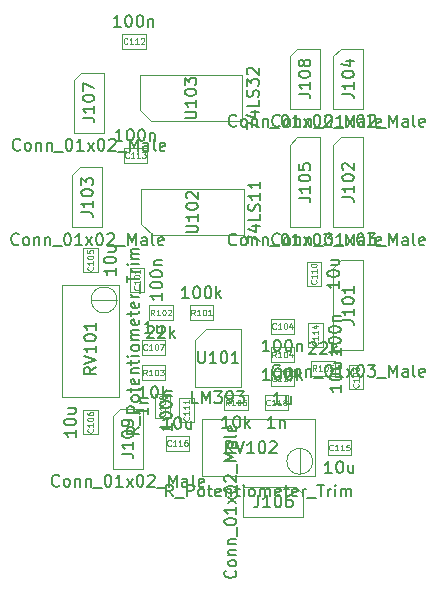
<source format=gbr>
%TF.GenerationSoftware,KiCad,Pcbnew,(6.0.8)*%
%TF.CreationDate,2022-10-15T17:18:15+02:00*%
%TF.ProjectId,Digital Delay,44696769-7461-46c2-9044-656c61792e6b,rev?*%
%TF.SameCoordinates,Original*%
%TF.FileFunction,AssemblyDrawing,Top*%
%FSLAX46Y46*%
G04 Gerber Fmt 4.6, Leading zero omitted, Abs format (unit mm)*
G04 Created by KiCad (PCBNEW (6.0.8)) date 2022-10-15 17:18:15*
%MOMM*%
%LPD*%
G01*
G04 APERTURE LIST*
%ADD10C,0.150000*%
%ADD11C,0.080000*%
%ADD12C,0.100000*%
G04 APERTURE END LIST*
D10*
%TO.C,C115*%
X61582142Y-75284380D02*
X61010714Y-75284380D01*
X61296428Y-75284380D02*
X61296428Y-74284380D01*
X61201190Y-74427238D01*
X61105952Y-74522476D01*
X61010714Y-74570095D01*
X62201190Y-74284380D02*
X62296428Y-74284380D01*
X62391666Y-74332000D01*
X62439285Y-74379619D01*
X62486904Y-74474857D01*
X62534523Y-74665333D01*
X62534523Y-74903428D01*
X62486904Y-75093904D01*
X62439285Y-75189142D01*
X62391666Y-75236761D01*
X62296428Y-75284380D01*
X62201190Y-75284380D01*
X62105952Y-75236761D01*
X62058333Y-75189142D01*
X62010714Y-75093904D01*
X61963095Y-74903428D01*
X61963095Y-74665333D01*
X62010714Y-74474857D01*
X62058333Y-74379619D01*
X62105952Y-74332000D01*
X62201190Y-74284380D01*
X63391666Y-74617714D02*
X63391666Y-75284380D01*
X62963095Y-74617714D02*
X62963095Y-75141523D01*
X63010714Y-75236761D01*
X63105952Y-75284380D01*
X63248809Y-75284380D01*
X63344047Y-75236761D01*
X63391666Y-75189142D01*
D11*
X61665476Y-73330571D02*
X61641666Y-73354380D01*
X61570238Y-73378190D01*
X61522619Y-73378190D01*
X61451190Y-73354380D01*
X61403571Y-73306761D01*
X61379761Y-73259142D01*
X61355952Y-73163904D01*
X61355952Y-73092476D01*
X61379761Y-72997238D01*
X61403571Y-72949619D01*
X61451190Y-72902000D01*
X61522619Y-72878190D01*
X61570238Y-72878190D01*
X61641666Y-72902000D01*
X61665476Y-72925809D01*
X62141666Y-73378190D02*
X61855952Y-73378190D01*
X61998809Y-73378190D02*
X61998809Y-72878190D01*
X61951190Y-72949619D01*
X61903571Y-72997238D01*
X61855952Y-73021047D01*
X62617857Y-73378190D02*
X62332142Y-73378190D01*
X62475000Y-73378190D02*
X62475000Y-72878190D01*
X62427380Y-72949619D01*
X62379761Y-72997238D01*
X62332142Y-73021047D01*
X63070238Y-72878190D02*
X62832142Y-72878190D01*
X62808333Y-73116285D01*
X62832142Y-73092476D01*
X62879761Y-73068666D01*
X62998809Y-73068666D01*
X63046428Y-73092476D01*
X63070238Y-73116285D01*
X63094047Y-73163904D01*
X63094047Y-73282952D01*
X63070238Y-73330571D01*
X63046428Y-73354380D01*
X62998809Y-73378190D01*
X62879761Y-73378190D01*
X62832142Y-73354380D01*
X62808333Y-73330571D01*
D10*
%TO.C,C114*%
X62330380Y-64746047D02*
X62330380Y-65317476D01*
X62330380Y-65031761D02*
X61330380Y-65031761D01*
X61473238Y-65127000D01*
X61568476Y-65222238D01*
X61616095Y-65317476D01*
X61330380Y-64127000D02*
X61330380Y-64031761D01*
X61378000Y-63936523D01*
X61425619Y-63888904D01*
X61520857Y-63841285D01*
X61711333Y-63793666D01*
X61949428Y-63793666D01*
X62139904Y-63841285D01*
X62235142Y-63888904D01*
X62282761Y-63936523D01*
X62330380Y-64031761D01*
X62330380Y-64127000D01*
X62282761Y-64222238D01*
X62235142Y-64269857D01*
X62139904Y-64317476D01*
X61949428Y-64365095D01*
X61711333Y-64365095D01*
X61520857Y-64317476D01*
X61425619Y-64269857D01*
X61378000Y-64222238D01*
X61330380Y-64127000D01*
X61330380Y-63174619D02*
X61330380Y-63079380D01*
X61378000Y-62984142D01*
X61425619Y-62936523D01*
X61520857Y-62888904D01*
X61711333Y-62841285D01*
X61949428Y-62841285D01*
X62139904Y-62888904D01*
X62235142Y-62936523D01*
X62282761Y-62984142D01*
X62330380Y-63079380D01*
X62330380Y-63174619D01*
X62282761Y-63269857D01*
X62235142Y-63317476D01*
X62139904Y-63365095D01*
X61949428Y-63412714D01*
X61711333Y-63412714D01*
X61520857Y-63365095D01*
X61425619Y-63317476D01*
X61378000Y-63269857D01*
X61330380Y-63174619D01*
X61663714Y-62412714D02*
X62330380Y-62412714D01*
X61758952Y-62412714D02*
X61711333Y-62365095D01*
X61663714Y-62269857D01*
X61663714Y-62127000D01*
X61711333Y-62031761D01*
X61806571Y-61984142D01*
X62330380Y-61984142D01*
D11*
X60376571Y-64186523D02*
X60400380Y-64210333D01*
X60424190Y-64281761D01*
X60424190Y-64329380D01*
X60400380Y-64400809D01*
X60352761Y-64448428D01*
X60305142Y-64472238D01*
X60209904Y-64496047D01*
X60138476Y-64496047D01*
X60043238Y-64472238D01*
X59995619Y-64448428D01*
X59948000Y-64400809D01*
X59924190Y-64329380D01*
X59924190Y-64281761D01*
X59948000Y-64210333D01*
X59971809Y-64186523D01*
X60424190Y-63710333D02*
X60424190Y-63996047D01*
X60424190Y-63853190D02*
X59924190Y-63853190D01*
X59995619Y-63900809D01*
X60043238Y-63948428D01*
X60067047Y-63996047D01*
X60424190Y-63234142D02*
X60424190Y-63519857D01*
X60424190Y-63377000D02*
X59924190Y-63377000D01*
X59995619Y-63424619D01*
X60043238Y-63472238D01*
X60067047Y-63519857D01*
X60090857Y-62805571D02*
X60424190Y-62805571D01*
X59900380Y-62924619D02*
X60257523Y-63043666D01*
X60257523Y-62734142D01*
D10*
%TO.C,J105*%
X53475666Y-55915142D02*
X53428047Y-55962761D01*
X53285190Y-56010380D01*
X53189952Y-56010380D01*
X53047095Y-55962761D01*
X52951857Y-55867523D01*
X52904238Y-55772285D01*
X52856619Y-55581809D01*
X52856619Y-55438952D01*
X52904238Y-55248476D01*
X52951857Y-55153238D01*
X53047095Y-55058000D01*
X53189952Y-55010380D01*
X53285190Y-55010380D01*
X53428047Y-55058000D01*
X53475666Y-55105619D01*
X54047095Y-56010380D02*
X53951857Y-55962761D01*
X53904238Y-55915142D01*
X53856619Y-55819904D01*
X53856619Y-55534190D01*
X53904238Y-55438952D01*
X53951857Y-55391333D01*
X54047095Y-55343714D01*
X54189952Y-55343714D01*
X54285190Y-55391333D01*
X54332809Y-55438952D01*
X54380428Y-55534190D01*
X54380428Y-55819904D01*
X54332809Y-55915142D01*
X54285190Y-55962761D01*
X54189952Y-56010380D01*
X54047095Y-56010380D01*
X54809000Y-55343714D02*
X54809000Y-56010380D01*
X54809000Y-55438952D02*
X54856619Y-55391333D01*
X54951857Y-55343714D01*
X55094714Y-55343714D01*
X55189952Y-55391333D01*
X55237571Y-55486571D01*
X55237571Y-56010380D01*
X55713761Y-55343714D02*
X55713761Y-56010380D01*
X55713761Y-55438952D02*
X55761380Y-55391333D01*
X55856619Y-55343714D01*
X55999476Y-55343714D01*
X56094714Y-55391333D01*
X56142333Y-55486571D01*
X56142333Y-56010380D01*
X56380428Y-56105619D02*
X57142333Y-56105619D01*
X57570904Y-55010380D02*
X57666142Y-55010380D01*
X57761380Y-55058000D01*
X57809000Y-55105619D01*
X57856619Y-55200857D01*
X57904238Y-55391333D01*
X57904238Y-55629428D01*
X57856619Y-55819904D01*
X57809000Y-55915142D01*
X57761380Y-55962761D01*
X57666142Y-56010380D01*
X57570904Y-56010380D01*
X57475666Y-55962761D01*
X57428047Y-55915142D01*
X57380428Y-55819904D01*
X57332809Y-55629428D01*
X57332809Y-55391333D01*
X57380428Y-55200857D01*
X57428047Y-55105619D01*
X57475666Y-55058000D01*
X57570904Y-55010380D01*
X58856619Y-56010380D02*
X58285190Y-56010380D01*
X58570904Y-56010380D02*
X58570904Y-55010380D01*
X58475666Y-55153238D01*
X58380428Y-55248476D01*
X58285190Y-55296095D01*
X59189952Y-56010380D02*
X59713761Y-55343714D01*
X59189952Y-55343714D02*
X59713761Y-56010380D01*
X60285190Y-55010380D02*
X60380428Y-55010380D01*
X60475666Y-55058000D01*
X60523285Y-55105619D01*
X60570904Y-55200857D01*
X60618523Y-55391333D01*
X60618523Y-55629428D01*
X60570904Y-55819904D01*
X60523285Y-55915142D01*
X60475666Y-55962761D01*
X60380428Y-56010380D01*
X60285190Y-56010380D01*
X60189952Y-55962761D01*
X60142333Y-55915142D01*
X60094714Y-55819904D01*
X60047095Y-55629428D01*
X60047095Y-55391333D01*
X60094714Y-55200857D01*
X60142333Y-55105619D01*
X60189952Y-55058000D01*
X60285190Y-55010380D01*
X60951857Y-55010380D02*
X61570904Y-55010380D01*
X61237571Y-55391333D01*
X61380428Y-55391333D01*
X61475666Y-55438952D01*
X61523285Y-55486571D01*
X61570904Y-55581809D01*
X61570904Y-55819904D01*
X61523285Y-55915142D01*
X61475666Y-55962761D01*
X61380428Y-56010380D01*
X61094714Y-56010380D01*
X60999476Y-55962761D01*
X60951857Y-55915142D01*
X61761380Y-56105619D02*
X62523285Y-56105619D01*
X62761380Y-56010380D02*
X62761380Y-55010380D01*
X63094714Y-55724666D01*
X63428047Y-55010380D01*
X63428047Y-56010380D01*
X64332809Y-56010380D02*
X64332809Y-55486571D01*
X64285190Y-55391333D01*
X64189952Y-55343714D01*
X63999476Y-55343714D01*
X63904238Y-55391333D01*
X64332809Y-55962761D02*
X64237571Y-56010380D01*
X63999476Y-56010380D01*
X63904238Y-55962761D01*
X63856619Y-55867523D01*
X63856619Y-55772285D01*
X63904238Y-55677047D01*
X63999476Y-55629428D01*
X64237571Y-55629428D01*
X64332809Y-55581809D01*
X64951857Y-56010380D02*
X64856619Y-55962761D01*
X64809000Y-55867523D01*
X64809000Y-55010380D01*
X65713761Y-55962761D02*
X65618523Y-56010380D01*
X65428047Y-56010380D01*
X65332809Y-55962761D01*
X65285190Y-55867523D01*
X65285190Y-55486571D01*
X65332809Y-55391333D01*
X65428047Y-55343714D01*
X65618523Y-55343714D01*
X65713761Y-55391333D01*
X65761380Y-55486571D01*
X65761380Y-55581809D01*
X65285190Y-55677047D01*
X58761380Y-51973714D02*
X59475666Y-51973714D01*
X59618523Y-52021333D01*
X59713761Y-52116571D01*
X59761380Y-52259428D01*
X59761380Y-52354666D01*
X59761380Y-50973714D02*
X59761380Y-51545142D01*
X59761380Y-51259428D02*
X58761380Y-51259428D01*
X58904238Y-51354666D01*
X58999476Y-51449904D01*
X59047095Y-51545142D01*
X58761380Y-50354666D02*
X58761380Y-50259428D01*
X58809000Y-50164190D01*
X58856619Y-50116571D01*
X58951857Y-50068952D01*
X59142333Y-50021333D01*
X59380428Y-50021333D01*
X59570904Y-50068952D01*
X59666142Y-50116571D01*
X59713761Y-50164190D01*
X59761380Y-50259428D01*
X59761380Y-50354666D01*
X59713761Y-50449904D01*
X59666142Y-50497523D01*
X59570904Y-50545142D01*
X59380428Y-50592761D01*
X59142333Y-50592761D01*
X58951857Y-50545142D01*
X58856619Y-50497523D01*
X58809000Y-50449904D01*
X58761380Y-50354666D01*
X58761380Y-49116571D02*
X58761380Y-49592761D01*
X59237571Y-49640380D01*
X59189952Y-49592761D01*
X59142333Y-49497523D01*
X59142333Y-49259428D01*
X59189952Y-49164190D01*
X59237571Y-49116571D01*
X59332809Y-49068952D01*
X59570904Y-49068952D01*
X59666142Y-49116571D01*
X59713761Y-49164190D01*
X59761380Y-49259428D01*
X59761380Y-49497523D01*
X59713761Y-49592761D01*
X59666142Y-49640380D01*
%TO.C,C107*%
X46315333Y-63415380D02*
X45743904Y-63415380D01*
X46029619Y-63415380D02*
X46029619Y-62415380D01*
X45934380Y-62558238D01*
X45839142Y-62653476D01*
X45743904Y-62701095D01*
X47172476Y-62748714D02*
X47172476Y-63415380D01*
X46743904Y-62748714D02*
X46743904Y-63272523D01*
X46791523Y-63367761D01*
X46886761Y-63415380D01*
X47029619Y-63415380D01*
X47124857Y-63367761D01*
X47172476Y-63320142D01*
D11*
X45922476Y-64821571D02*
X45898666Y-64845380D01*
X45827238Y-64869190D01*
X45779619Y-64869190D01*
X45708190Y-64845380D01*
X45660571Y-64797761D01*
X45636761Y-64750142D01*
X45612952Y-64654904D01*
X45612952Y-64583476D01*
X45636761Y-64488238D01*
X45660571Y-64440619D01*
X45708190Y-64393000D01*
X45779619Y-64369190D01*
X45827238Y-64369190D01*
X45898666Y-64393000D01*
X45922476Y-64416809D01*
X46398666Y-64869190D02*
X46112952Y-64869190D01*
X46255809Y-64869190D02*
X46255809Y-64369190D01*
X46208190Y-64440619D01*
X46160571Y-64488238D01*
X46112952Y-64512047D01*
X46708190Y-64369190D02*
X46755809Y-64369190D01*
X46803428Y-64393000D01*
X46827238Y-64416809D01*
X46851047Y-64464428D01*
X46874857Y-64559666D01*
X46874857Y-64678714D01*
X46851047Y-64773952D01*
X46827238Y-64821571D01*
X46803428Y-64845380D01*
X46755809Y-64869190D01*
X46708190Y-64869190D01*
X46660571Y-64845380D01*
X46636761Y-64821571D01*
X46612952Y-64773952D01*
X46589142Y-64678714D01*
X46589142Y-64559666D01*
X46612952Y-64464428D01*
X46636761Y-64416809D01*
X46660571Y-64393000D01*
X46708190Y-64369190D01*
X47041523Y-64369190D02*
X47374857Y-64369190D01*
X47160571Y-64869190D01*
D10*
%TO.C,C106*%
X39920380Y-71635857D02*
X39920380Y-72207285D01*
X39920380Y-71921571D02*
X38920380Y-71921571D01*
X39063238Y-72016809D01*
X39158476Y-72112047D01*
X39206095Y-72207285D01*
X38920380Y-71016809D02*
X38920380Y-70921571D01*
X38968000Y-70826333D01*
X39015619Y-70778714D01*
X39110857Y-70731095D01*
X39301333Y-70683476D01*
X39539428Y-70683476D01*
X39729904Y-70731095D01*
X39825142Y-70778714D01*
X39872761Y-70826333D01*
X39920380Y-70921571D01*
X39920380Y-71016809D01*
X39872761Y-71112047D01*
X39825142Y-71159666D01*
X39729904Y-71207285D01*
X39539428Y-71254904D01*
X39301333Y-71254904D01*
X39110857Y-71207285D01*
X39015619Y-71159666D01*
X38968000Y-71112047D01*
X38920380Y-71016809D01*
X39253714Y-69826333D02*
X39920380Y-69826333D01*
X39253714Y-70254904D02*
X39777523Y-70254904D01*
X39872761Y-70207285D01*
X39920380Y-70112047D01*
X39920380Y-69969190D01*
X39872761Y-69873952D01*
X39825142Y-69826333D01*
D11*
X41326571Y-71552523D02*
X41350380Y-71576333D01*
X41374190Y-71647761D01*
X41374190Y-71695380D01*
X41350380Y-71766809D01*
X41302761Y-71814428D01*
X41255142Y-71838238D01*
X41159904Y-71862047D01*
X41088476Y-71862047D01*
X40993238Y-71838238D01*
X40945619Y-71814428D01*
X40898000Y-71766809D01*
X40874190Y-71695380D01*
X40874190Y-71647761D01*
X40898000Y-71576333D01*
X40921809Y-71552523D01*
X41374190Y-71076333D02*
X41374190Y-71362047D01*
X41374190Y-71219190D02*
X40874190Y-71219190D01*
X40945619Y-71266809D01*
X40993238Y-71314428D01*
X41017047Y-71362047D01*
X40874190Y-70766809D02*
X40874190Y-70719190D01*
X40898000Y-70671571D01*
X40921809Y-70647761D01*
X40969428Y-70623952D01*
X41064666Y-70600142D01*
X41183714Y-70600142D01*
X41278952Y-70623952D01*
X41326571Y-70647761D01*
X41350380Y-70671571D01*
X41374190Y-70719190D01*
X41374190Y-70766809D01*
X41350380Y-70814428D01*
X41326571Y-70838238D01*
X41278952Y-70862047D01*
X41183714Y-70885857D01*
X41064666Y-70885857D01*
X40969428Y-70862047D01*
X40921809Y-70838238D01*
X40898000Y-70814428D01*
X40874190Y-70766809D01*
X40874190Y-70171571D02*
X40874190Y-70266809D01*
X40898000Y-70314428D01*
X40921809Y-70338238D01*
X40993238Y-70385857D01*
X41088476Y-70409666D01*
X41278952Y-70409666D01*
X41326571Y-70385857D01*
X41350380Y-70362047D01*
X41374190Y-70314428D01*
X41374190Y-70219190D01*
X41350380Y-70171571D01*
X41326571Y-70147761D01*
X41278952Y-70123952D01*
X41159904Y-70123952D01*
X41112285Y-70147761D01*
X41088476Y-70171571D01*
X41064666Y-70219190D01*
X41064666Y-70314428D01*
X41088476Y-70362047D01*
X41112285Y-70385857D01*
X41159904Y-70409666D01*
D10*
%TO.C,C111*%
X48048380Y-71096047D02*
X48048380Y-71667476D01*
X48048380Y-71381761D02*
X47048380Y-71381761D01*
X47191238Y-71477000D01*
X47286476Y-71572238D01*
X47334095Y-71667476D01*
X47048380Y-70477000D02*
X47048380Y-70381761D01*
X47096000Y-70286523D01*
X47143619Y-70238904D01*
X47238857Y-70191285D01*
X47429333Y-70143666D01*
X47667428Y-70143666D01*
X47857904Y-70191285D01*
X47953142Y-70238904D01*
X48000761Y-70286523D01*
X48048380Y-70381761D01*
X48048380Y-70477000D01*
X48000761Y-70572238D01*
X47953142Y-70619857D01*
X47857904Y-70667476D01*
X47667428Y-70715095D01*
X47429333Y-70715095D01*
X47238857Y-70667476D01*
X47143619Y-70619857D01*
X47096000Y-70572238D01*
X47048380Y-70477000D01*
X47048380Y-69524619D02*
X47048380Y-69429380D01*
X47096000Y-69334142D01*
X47143619Y-69286523D01*
X47238857Y-69238904D01*
X47429333Y-69191285D01*
X47667428Y-69191285D01*
X47857904Y-69238904D01*
X47953142Y-69286523D01*
X48000761Y-69334142D01*
X48048380Y-69429380D01*
X48048380Y-69524619D01*
X48000761Y-69619857D01*
X47953142Y-69667476D01*
X47857904Y-69715095D01*
X47667428Y-69762714D01*
X47429333Y-69762714D01*
X47238857Y-69715095D01*
X47143619Y-69667476D01*
X47096000Y-69619857D01*
X47048380Y-69524619D01*
X47381714Y-68762714D02*
X48048380Y-68762714D01*
X47476952Y-68762714D02*
X47429333Y-68715095D01*
X47381714Y-68619857D01*
X47381714Y-68477000D01*
X47429333Y-68381761D01*
X47524571Y-68334142D01*
X48048380Y-68334142D01*
D11*
X49454571Y-70536523D02*
X49478380Y-70560333D01*
X49502190Y-70631761D01*
X49502190Y-70679380D01*
X49478380Y-70750809D01*
X49430761Y-70798428D01*
X49383142Y-70822238D01*
X49287904Y-70846047D01*
X49216476Y-70846047D01*
X49121238Y-70822238D01*
X49073619Y-70798428D01*
X49026000Y-70750809D01*
X49002190Y-70679380D01*
X49002190Y-70631761D01*
X49026000Y-70560333D01*
X49049809Y-70536523D01*
X49502190Y-70060333D02*
X49502190Y-70346047D01*
X49502190Y-70203190D02*
X49002190Y-70203190D01*
X49073619Y-70250809D01*
X49121238Y-70298428D01*
X49145047Y-70346047D01*
X49502190Y-69584142D02*
X49502190Y-69869857D01*
X49502190Y-69727000D02*
X49002190Y-69727000D01*
X49073619Y-69774619D01*
X49121238Y-69822238D01*
X49145047Y-69869857D01*
X49502190Y-69107952D02*
X49502190Y-69393666D01*
X49502190Y-69250809D02*
X49002190Y-69250809D01*
X49073619Y-69298428D01*
X49121238Y-69346047D01*
X49145047Y-69393666D01*
D10*
%TO.C,J101*%
X57158666Y-67032142D02*
X57111047Y-67079761D01*
X56968190Y-67127380D01*
X56872952Y-67127380D01*
X56730095Y-67079761D01*
X56634857Y-66984523D01*
X56587238Y-66889285D01*
X56539619Y-66698809D01*
X56539619Y-66555952D01*
X56587238Y-66365476D01*
X56634857Y-66270238D01*
X56730095Y-66175000D01*
X56872952Y-66127380D01*
X56968190Y-66127380D01*
X57111047Y-66175000D01*
X57158666Y-66222619D01*
X57730095Y-67127380D02*
X57634857Y-67079761D01*
X57587238Y-67032142D01*
X57539619Y-66936904D01*
X57539619Y-66651190D01*
X57587238Y-66555952D01*
X57634857Y-66508333D01*
X57730095Y-66460714D01*
X57872952Y-66460714D01*
X57968190Y-66508333D01*
X58015809Y-66555952D01*
X58063428Y-66651190D01*
X58063428Y-66936904D01*
X58015809Y-67032142D01*
X57968190Y-67079761D01*
X57872952Y-67127380D01*
X57730095Y-67127380D01*
X58492000Y-66460714D02*
X58492000Y-67127380D01*
X58492000Y-66555952D02*
X58539619Y-66508333D01*
X58634857Y-66460714D01*
X58777714Y-66460714D01*
X58872952Y-66508333D01*
X58920571Y-66603571D01*
X58920571Y-67127380D01*
X59396761Y-66460714D02*
X59396761Y-67127380D01*
X59396761Y-66555952D02*
X59444380Y-66508333D01*
X59539619Y-66460714D01*
X59682476Y-66460714D01*
X59777714Y-66508333D01*
X59825333Y-66603571D01*
X59825333Y-67127380D01*
X60063428Y-67222619D02*
X60825333Y-67222619D01*
X61253904Y-66127380D02*
X61349142Y-66127380D01*
X61444380Y-66175000D01*
X61492000Y-66222619D01*
X61539619Y-66317857D01*
X61587238Y-66508333D01*
X61587238Y-66746428D01*
X61539619Y-66936904D01*
X61492000Y-67032142D01*
X61444380Y-67079761D01*
X61349142Y-67127380D01*
X61253904Y-67127380D01*
X61158666Y-67079761D01*
X61111047Y-67032142D01*
X61063428Y-66936904D01*
X61015809Y-66746428D01*
X61015809Y-66508333D01*
X61063428Y-66317857D01*
X61111047Y-66222619D01*
X61158666Y-66175000D01*
X61253904Y-66127380D01*
X62539619Y-67127380D02*
X61968190Y-67127380D01*
X62253904Y-67127380D02*
X62253904Y-66127380D01*
X62158666Y-66270238D01*
X62063428Y-66365476D01*
X61968190Y-66413095D01*
X62872952Y-67127380D02*
X63396761Y-66460714D01*
X62872952Y-66460714D02*
X63396761Y-67127380D01*
X63968190Y-66127380D02*
X64063428Y-66127380D01*
X64158666Y-66175000D01*
X64206285Y-66222619D01*
X64253904Y-66317857D01*
X64301523Y-66508333D01*
X64301523Y-66746428D01*
X64253904Y-66936904D01*
X64206285Y-67032142D01*
X64158666Y-67079761D01*
X64063428Y-67127380D01*
X63968190Y-67127380D01*
X63872952Y-67079761D01*
X63825333Y-67032142D01*
X63777714Y-66936904D01*
X63730095Y-66746428D01*
X63730095Y-66508333D01*
X63777714Y-66317857D01*
X63825333Y-66222619D01*
X63872952Y-66175000D01*
X63968190Y-66127380D01*
X64634857Y-66127380D02*
X65253904Y-66127380D01*
X64920571Y-66508333D01*
X65063428Y-66508333D01*
X65158666Y-66555952D01*
X65206285Y-66603571D01*
X65253904Y-66698809D01*
X65253904Y-66936904D01*
X65206285Y-67032142D01*
X65158666Y-67079761D01*
X65063428Y-67127380D01*
X64777714Y-67127380D01*
X64682476Y-67079761D01*
X64634857Y-67032142D01*
X65444380Y-67222619D02*
X66206285Y-67222619D01*
X66444380Y-67127380D02*
X66444380Y-66127380D01*
X66777714Y-66841666D01*
X67111047Y-66127380D01*
X67111047Y-67127380D01*
X68015809Y-67127380D02*
X68015809Y-66603571D01*
X67968190Y-66508333D01*
X67872952Y-66460714D01*
X67682476Y-66460714D01*
X67587238Y-66508333D01*
X68015809Y-67079761D02*
X67920571Y-67127380D01*
X67682476Y-67127380D01*
X67587238Y-67079761D01*
X67539619Y-66984523D01*
X67539619Y-66889285D01*
X67587238Y-66794047D01*
X67682476Y-66746428D01*
X67920571Y-66746428D01*
X68015809Y-66698809D01*
X68634857Y-67127380D02*
X68539619Y-67079761D01*
X68492000Y-66984523D01*
X68492000Y-66127380D01*
X69396761Y-67079761D02*
X69301523Y-67127380D01*
X69111047Y-67127380D01*
X69015809Y-67079761D01*
X68968190Y-66984523D01*
X68968190Y-66603571D01*
X69015809Y-66508333D01*
X69111047Y-66460714D01*
X69301523Y-66460714D01*
X69396761Y-66508333D01*
X69444380Y-66603571D01*
X69444380Y-66698809D01*
X68968190Y-66794047D01*
X62444380Y-62372714D02*
X63158666Y-62372714D01*
X63301523Y-62420333D01*
X63396761Y-62515571D01*
X63444380Y-62658428D01*
X63444380Y-62753666D01*
X63444380Y-61372714D02*
X63444380Y-61944142D01*
X63444380Y-61658428D02*
X62444380Y-61658428D01*
X62587238Y-61753666D01*
X62682476Y-61848904D01*
X62730095Y-61944142D01*
X62444380Y-60753666D02*
X62444380Y-60658428D01*
X62492000Y-60563190D01*
X62539619Y-60515571D01*
X62634857Y-60467952D01*
X62825333Y-60420333D01*
X63063428Y-60420333D01*
X63253904Y-60467952D01*
X63349142Y-60515571D01*
X63396761Y-60563190D01*
X63444380Y-60658428D01*
X63444380Y-60753666D01*
X63396761Y-60848904D01*
X63349142Y-60896523D01*
X63253904Y-60944142D01*
X63063428Y-60991761D01*
X62825333Y-60991761D01*
X62634857Y-60944142D01*
X62539619Y-60896523D01*
X62492000Y-60848904D01*
X62444380Y-60753666D01*
X63444380Y-59467952D02*
X63444380Y-60039380D01*
X63444380Y-59753666D02*
X62444380Y-59753666D01*
X62587238Y-59848904D01*
X62682476Y-59944142D01*
X62730095Y-60039380D01*
%TO.C,C101*%
X47217380Y-60047047D02*
X47217380Y-60618476D01*
X47217380Y-60332761D02*
X46217380Y-60332761D01*
X46360238Y-60428000D01*
X46455476Y-60523238D01*
X46503095Y-60618476D01*
X46217380Y-59428000D02*
X46217380Y-59332761D01*
X46265000Y-59237523D01*
X46312619Y-59189904D01*
X46407857Y-59142285D01*
X46598333Y-59094666D01*
X46836428Y-59094666D01*
X47026904Y-59142285D01*
X47122142Y-59189904D01*
X47169761Y-59237523D01*
X47217380Y-59332761D01*
X47217380Y-59428000D01*
X47169761Y-59523238D01*
X47122142Y-59570857D01*
X47026904Y-59618476D01*
X46836428Y-59666095D01*
X46598333Y-59666095D01*
X46407857Y-59618476D01*
X46312619Y-59570857D01*
X46265000Y-59523238D01*
X46217380Y-59428000D01*
X46217380Y-58475619D02*
X46217380Y-58380380D01*
X46265000Y-58285142D01*
X46312619Y-58237523D01*
X46407857Y-58189904D01*
X46598333Y-58142285D01*
X46836428Y-58142285D01*
X47026904Y-58189904D01*
X47122142Y-58237523D01*
X47169761Y-58285142D01*
X47217380Y-58380380D01*
X47217380Y-58475619D01*
X47169761Y-58570857D01*
X47122142Y-58618476D01*
X47026904Y-58666095D01*
X46836428Y-58713714D01*
X46598333Y-58713714D01*
X46407857Y-58666095D01*
X46312619Y-58618476D01*
X46265000Y-58570857D01*
X46217380Y-58475619D01*
X46550714Y-57713714D02*
X47217380Y-57713714D01*
X46645952Y-57713714D02*
X46598333Y-57666095D01*
X46550714Y-57570857D01*
X46550714Y-57428000D01*
X46598333Y-57332761D01*
X46693571Y-57285142D01*
X47217380Y-57285142D01*
D11*
X45263571Y-59487523D02*
X45287380Y-59511333D01*
X45311190Y-59582761D01*
X45311190Y-59630380D01*
X45287380Y-59701809D01*
X45239761Y-59749428D01*
X45192142Y-59773238D01*
X45096904Y-59797047D01*
X45025476Y-59797047D01*
X44930238Y-59773238D01*
X44882619Y-59749428D01*
X44835000Y-59701809D01*
X44811190Y-59630380D01*
X44811190Y-59582761D01*
X44835000Y-59511333D01*
X44858809Y-59487523D01*
X45311190Y-59011333D02*
X45311190Y-59297047D01*
X45311190Y-59154190D02*
X44811190Y-59154190D01*
X44882619Y-59201809D01*
X44930238Y-59249428D01*
X44954047Y-59297047D01*
X44811190Y-58701809D02*
X44811190Y-58654190D01*
X44835000Y-58606571D01*
X44858809Y-58582761D01*
X44906428Y-58558952D01*
X45001666Y-58535142D01*
X45120714Y-58535142D01*
X45215952Y-58558952D01*
X45263571Y-58582761D01*
X45287380Y-58606571D01*
X45311190Y-58654190D01*
X45311190Y-58701809D01*
X45287380Y-58749428D01*
X45263571Y-58773238D01*
X45215952Y-58797047D01*
X45120714Y-58820857D01*
X45001666Y-58820857D01*
X44906428Y-58797047D01*
X44858809Y-58773238D01*
X44835000Y-58749428D01*
X44811190Y-58701809D01*
X45311190Y-58058952D02*
X45311190Y-58344666D01*
X45311190Y-58201809D02*
X44811190Y-58201809D01*
X44882619Y-58249428D01*
X44930238Y-58297047D01*
X44954047Y-58344666D01*
D10*
%TO.C,C116*%
X47871142Y-71543380D02*
X47299714Y-71543380D01*
X47585428Y-71543380D02*
X47585428Y-70543380D01*
X47490190Y-70686238D01*
X47394952Y-70781476D01*
X47299714Y-70829095D01*
X48490190Y-70543380D02*
X48585428Y-70543380D01*
X48680666Y-70591000D01*
X48728285Y-70638619D01*
X48775904Y-70733857D01*
X48823523Y-70924333D01*
X48823523Y-71162428D01*
X48775904Y-71352904D01*
X48728285Y-71448142D01*
X48680666Y-71495761D01*
X48585428Y-71543380D01*
X48490190Y-71543380D01*
X48394952Y-71495761D01*
X48347333Y-71448142D01*
X48299714Y-71352904D01*
X48252095Y-71162428D01*
X48252095Y-70924333D01*
X48299714Y-70733857D01*
X48347333Y-70638619D01*
X48394952Y-70591000D01*
X48490190Y-70543380D01*
X49680666Y-70876714D02*
X49680666Y-71543380D01*
X49252095Y-70876714D02*
X49252095Y-71400523D01*
X49299714Y-71495761D01*
X49394952Y-71543380D01*
X49537809Y-71543380D01*
X49633047Y-71495761D01*
X49680666Y-71448142D01*
D11*
X47954476Y-72949571D02*
X47930666Y-72973380D01*
X47859238Y-72997190D01*
X47811619Y-72997190D01*
X47740190Y-72973380D01*
X47692571Y-72925761D01*
X47668761Y-72878142D01*
X47644952Y-72782904D01*
X47644952Y-72711476D01*
X47668761Y-72616238D01*
X47692571Y-72568619D01*
X47740190Y-72521000D01*
X47811619Y-72497190D01*
X47859238Y-72497190D01*
X47930666Y-72521000D01*
X47954476Y-72544809D01*
X48430666Y-72997190D02*
X48144952Y-72997190D01*
X48287809Y-72997190D02*
X48287809Y-72497190D01*
X48240190Y-72568619D01*
X48192571Y-72616238D01*
X48144952Y-72640047D01*
X48906857Y-72997190D02*
X48621142Y-72997190D01*
X48764000Y-72997190D02*
X48764000Y-72497190D01*
X48716380Y-72568619D01*
X48668761Y-72616238D01*
X48621142Y-72640047D01*
X49335428Y-72497190D02*
X49240190Y-72497190D01*
X49192571Y-72521000D01*
X49168761Y-72544809D01*
X49121142Y-72616238D01*
X49097333Y-72711476D01*
X49097333Y-72901952D01*
X49121142Y-72949571D01*
X49144952Y-72973380D01*
X49192571Y-72997190D01*
X49287809Y-72997190D01*
X49335428Y-72973380D01*
X49359238Y-72949571D01*
X49383047Y-72901952D01*
X49383047Y-72782904D01*
X49359238Y-72735285D01*
X49335428Y-72711476D01*
X49287809Y-72687666D01*
X49192571Y-72687666D01*
X49144952Y-72711476D01*
X49121142Y-72735285D01*
X49097333Y-72782904D01*
D10*
%TO.C,R104*%
X56332571Y-67410380D02*
X55761142Y-67410380D01*
X56046857Y-67410380D02*
X56046857Y-66410380D01*
X55951619Y-66553238D01*
X55856380Y-66648476D01*
X55761142Y-66696095D01*
X56951619Y-66410380D02*
X57046857Y-66410380D01*
X57142095Y-66458000D01*
X57189714Y-66505619D01*
X57237333Y-66600857D01*
X57284952Y-66791333D01*
X57284952Y-67029428D01*
X57237333Y-67219904D01*
X57189714Y-67315142D01*
X57142095Y-67362761D01*
X57046857Y-67410380D01*
X56951619Y-67410380D01*
X56856380Y-67362761D01*
X56808761Y-67315142D01*
X56761142Y-67219904D01*
X56713523Y-67029428D01*
X56713523Y-66791333D01*
X56761142Y-66600857D01*
X56808761Y-66505619D01*
X56856380Y-66458000D01*
X56951619Y-66410380D01*
X57904000Y-66410380D02*
X57999238Y-66410380D01*
X58094476Y-66458000D01*
X58142095Y-66505619D01*
X58189714Y-66600857D01*
X58237333Y-66791333D01*
X58237333Y-67029428D01*
X58189714Y-67219904D01*
X58142095Y-67315142D01*
X58094476Y-67362761D01*
X57999238Y-67410380D01*
X57904000Y-67410380D01*
X57808761Y-67362761D01*
X57761142Y-67315142D01*
X57713523Y-67219904D01*
X57665904Y-67029428D01*
X57665904Y-66791333D01*
X57713523Y-66600857D01*
X57761142Y-66505619D01*
X57808761Y-66458000D01*
X57904000Y-66410380D01*
X58665904Y-67410380D02*
X58665904Y-66410380D01*
X58761142Y-67029428D02*
X59046857Y-67410380D01*
X59046857Y-66743714D02*
X58665904Y-67124666D01*
D11*
X56844476Y-65504190D02*
X56677809Y-65266095D01*
X56558761Y-65504190D02*
X56558761Y-65004190D01*
X56749238Y-65004190D01*
X56796857Y-65028000D01*
X56820666Y-65051809D01*
X56844476Y-65099428D01*
X56844476Y-65170857D01*
X56820666Y-65218476D01*
X56796857Y-65242285D01*
X56749238Y-65266095D01*
X56558761Y-65266095D01*
X57320666Y-65504190D02*
X57034952Y-65504190D01*
X57177809Y-65504190D02*
X57177809Y-65004190D01*
X57130190Y-65075619D01*
X57082571Y-65123238D01*
X57034952Y-65147047D01*
X57630190Y-65004190D02*
X57677809Y-65004190D01*
X57725428Y-65028000D01*
X57749238Y-65051809D01*
X57773047Y-65099428D01*
X57796857Y-65194666D01*
X57796857Y-65313714D01*
X57773047Y-65408952D01*
X57749238Y-65456571D01*
X57725428Y-65480380D01*
X57677809Y-65504190D01*
X57630190Y-65504190D01*
X57582571Y-65480380D01*
X57558761Y-65456571D01*
X57534952Y-65408952D01*
X57511142Y-65313714D01*
X57511142Y-65194666D01*
X57534952Y-65099428D01*
X57558761Y-65051809D01*
X57582571Y-65028000D01*
X57630190Y-65004190D01*
X58225428Y-65170857D02*
X58225428Y-65504190D01*
X58106380Y-64980380D02*
X57987333Y-65337523D01*
X58296857Y-65337523D01*
D10*
%TO.C,J106*%
X53399142Y-83557333D02*
X53446761Y-83604952D01*
X53494380Y-83747809D01*
X53494380Y-83843047D01*
X53446761Y-83985904D01*
X53351523Y-84081142D01*
X53256285Y-84128761D01*
X53065809Y-84176380D01*
X52922952Y-84176380D01*
X52732476Y-84128761D01*
X52637238Y-84081142D01*
X52542000Y-83985904D01*
X52494380Y-83843047D01*
X52494380Y-83747809D01*
X52542000Y-83604952D01*
X52589619Y-83557333D01*
X53494380Y-82985904D02*
X53446761Y-83081142D01*
X53399142Y-83128761D01*
X53303904Y-83176380D01*
X53018190Y-83176380D01*
X52922952Y-83128761D01*
X52875333Y-83081142D01*
X52827714Y-82985904D01*
X52827714Y-82843047D01*
X52875333Y-82747809D01*
X52922952Y-82700190D01*
X53018190Y-82652571D01*
X53303904Y-82652571D01*
X53399142Y-82700190D01*
X53446761Y-82747809D01*
X53494380Y-82843047D01*
X53494380Y-82985904D01*
X52827714Y-82224000D02*
X53494380Y-82224000D01*
X52922952Y-82224000D02*
X52875333Y-82176380D01*
X52827714Y-82081142D01*
X52827714Y-81938285D01*
X52875333Y-81843047D01*
X52970571Y-81795428D01*
X53494380Y-81795428D01*
X52827714Y-81319238D02*
X53494380Y-81319238D01*
X52922952Y-81319238D02*
X52875333Y-81271619D01*
X52827714Y-81176380D01*
X52827714Y-81033523D01*
X52875333Y-80938285D01*
X52970571Y-80890666D01*
X53494380Y-80890666D01*
X53589619Y-80652571D02*
X53589619Y-79890666D01*
X52494380Y-79462095D02*
X52494380Y-79366857D01*
X52542000Y-79271619D01*
X52589619Y-79224000D01*
X52684857Y-79176380D01*
X52875333Y-79128761D01*
X53113428Y-79128761D01*
X53303904Y-79176380D01*
X53399142Y-79224000D01*
X53446761Y-79271619D01*
X53494380Y-79366857D01*
X53494380Y-79462095D01*
X53446761Y-79557333D01*
X53399142Y-79604952D01*
X53303904Y-79652571D01*
X53113428Y-79700190D01*
X52875333Y-79700190D01*
X52684857Y-79652571D01*
X52589619Y-79604952D01*
X52542000Y-79557333D01*
X52494380Y-79462095D01*
X53494380Y-78176380D02*
X53494380Y-78747809D01*
X53494380Y-78462095D02*
X52494380Y-78462095D01*
X52637238Y-78557333D01*
X52732476Y-78652571D01*
X52780095Y-78747809D01*
X53494380Y-77843047D02*
X52827714Y-77319238D01*
X52827714Y-77843047D02*
X53494380Y-77319238D01*
X52494380Y-76747809D02*
X52494380Y-76652571D01*
X52542000Y-76557333D01*
X52589619Y-76509714D01*
X52684857Y-76462095D01*
X52875333Y-76414476D01*
X53113428Y-76414476D01*
X53303904Y-76462095D01*
X53399142Y-76509714D01*
X53446761Y-76557333D01*
X53494380Y-76652571D01*
X53494380Y-76747809D01*
X53446761Y-76843047D01*
X53399142Y-76890666D01*
X53303904Y-76938285D01*
X53113428Y-76985904D01*
X52875333Y-76985904D01*
X52684857Y-76938285D01*
X52589619Y-76890666D01*
X52542000Y-76843047D01*
X52494380Y-76747809D01*
X52589619Y-76033523D02*
X52542000Y-75985904D01*
X52494380Y-75890666D01*
X52494380Y-75652571D01*
X52542000Y-75557333D01*
X52589619Y-75509714D01*
X52684857Y-75462095D01*
X52780095Y-75462095D01*
X52922952Y-75509714D01*
X53494380Y-76081142D01*
X53494380Y-75462095D01*
X53589619Y-75271619D02*
X53589619Y-74509714D01*
X53494380Y-74271619D02*
X52494380Y-74271619D01*
X53208666Y-73938285D01*
X52494380Y-73604952D01*
X53494380Y-73604952D01*
X53494380Y-72700190D02*
X52970571Y-72700190D01*
X52875333Y-72747809D01*
X52827714Y-72843047D01*
X52827714Y-73033523D01*
X52875333Y-73128761D01*
X53446761Y-72700190D02*
X53494380Y-72795428D01*
X53494380Y-73033523D01*
X53446761Y-73128761D01*
X53351523Y-73176380D01*
X53256285Y-73176380D01*
X53161047Y-73128761D01*
X53113428Y-73033523D01*
X53113428Y-72795428D01*
X53065809Y-72700190D01*
X53494380Y-72081142D02*
X53446761Y-72176380D01*
X53351523Y-72224000D01*
X52494380Y-72224000D01*
X53446761Y-71319238D02*
X53494380Y-71414476D01*
X53494380Y-71604952D01*
X53446761Y-71700190D01*
X53351523Y-71747809D01*
X52970571Y-71747809D01*
X52875333Y-71700190D01*
X52827714Y-71604952D01*
X52827714Y-71414476D01*
X52875333Y-71319238D01*
X52970571Y-71271619D01*
X53065809Y-71271619D01*
X53161047Y-71747809D01*
X55356285Y-77176380D02*
X55356285Y-77890666D01*
X55308666Y-78033523D01*
X55213428Y-78128761D01*
X55070571Y-78176380D01*
X54975333Y-78176380D01*
X56356285Y-78176380D02*
X55784857Y-78176380D01*
X56070571Y-78176380D02*
X56070571Y-77176380D01*
X55975333Y-77319238D01*
X55880095Y-77414476D01*
X55784857Y-77462095D01*
X56975333Y-77176380D02*
X57070571Y-77176380D01*
X57165809Y-77224000D01*
X57213428Y-77271619D01*
X57261047Y-77366857D01*
X57308666Y-77557333D01*
X57308666Y-77795428D01*
X57261047Y-77985904D01*
X57213428Y-78081142D01*
X57165809Y-78128761D01*
X57070571Y-78176380D01*
X56975333Y-78176380D01*
X56880095Y-78128761D01*
X56832476Y-78081142D01*
X56784857Y-77985904D01*
X56737238Y-77795428D01*
X56737238Y-77557333D01*
X56784857Y-77366857D01*
X56832476Y-77271619D01*
X56880095Y-77224000D01*
X56975333Y-77176380D01*
X58165809Y-77176380D02*
X57975333Y-77176380D01*
X57880095Y-77224000D01*
X57832476Y-77271619D01*
X57737238Y-77414476D01*
X57689619Y-77604952D01*
X57689619Y-77985904D01*
X57737238Y-78081142D01*
X57784857Y-78128761D01*
X57880095Y-78176380D01*
X58070571Y-78176380D01*
X58165809Y-78128761D01*
X58213428Y-78081142D01*
X58261047Y-77985904D01*
X58261047Y-77747809D01*
X58213428Y-77652571D01*
X58165809Y-77604952D01*
X58070571Y-77557333D01*
X57880095Y-77557333D01*
X57784857Y-77604952D01*
X57737238Y-77652571D01*
X57689619Y-77747809D01*
%TO.C,J103*%
X35060666Y-55895142D02*
X35013047Y-55942761D01*
X34870190Y-55990380D01*
X34774952Y-55990380D01*
X34632095Y-55942761D01*
X34536857Y-55847523D01*
X34489238Y-55752285D01*
X34441619Y-55561809D01*
X34441619Y-55418952D01*
X34489238Y-55228476D01*
X34536857Y-55133238D01*
X34632095Y-55038000D01*
X34774952Y-54990380D01*
X34870190Y-54990380D01*
X35013047Y-55038000D01*
X35060666Y-55085619D01*
X35632095Y-55990380D02*
X35536857Y-55942761D01*
X35489238Y-55895142D01*
X35441619Y-55799904D01*
X35441619Y-55514190D01*
X35489238Y-55418952D01*
X35536857Y-55371333D01*
X35632095Y-55323714D01*
X35774952Y-55323714D01*
X35870190Y-55371333D01*
X35917809Y-55418952D01*
X35965428Y-55514190D01*
X35965428Y-55799904D01*
X35917809Y-55895142D01*
X35870190Y-55942761D01*
X35774952Y-55990380D01*
X35632095Y-55990380D01*
X36394000Y-55323714D02*
X36394000Y-55990380D01*
X36394000Y-55418952D02*
X36441619Y-55371333D01*
X36536857Y-55323714D01*
X36679714Y-55323714D01*
X36774952Y-55371333D01*
X36822571Y-55466571D01*
X36822571Y-55990380D01*
X37298761Y-55323714D02*
X37298761Y-55990380D01*
X37298761Y-55418952D02*
X37346380Y-55371333D01*
X37441619Y-55323714D01*
X37584476Y-55323714D01*
X37679714Y-55371333D01*
X37727333Y-55466571D01*
X37727333Y-55990380D01*
X37965428Y-56085619D02*
X38727333Y-56085619D01*
X39155904Y-54990380D02*
X39251142Y-54990380D01*
X39346380Y-55038000D01*
X39394000Y-55085619D01*
X39441619Y-55180857D01*
X39489238Y-55371333D01*
X39489238Y-55609428D01*
X39441619Y-55799904D01*
X39394000Y-55895142D01*
X39346380Y-55942761D01*
X39251142Y-55990380D01*
X39155904Y-55990380D01*
X39060666Y-55942761D01*
X39013047Y-55895142D01*
X38965428Y-55799904D01*
X38917809Y-55609428D01*
X38917809Y-55371333D01*
X38965428Y-55180857D01*
X39013047Y-55085619D01*
X39060666Y-55038000D01*
X39155904Y-54990380D01*
X40441619Y-55990380D02*
X39870190Y-55990380D01*
X40155904Y-55990380D02*
X40155904Y-54990380D01*
X40060666Y-55133238D01*
X39965428Y-55228476D01*
X39870190Y-55276095D01*
X40774952Y-55990380D02*
X41298761Y-55323714D01*
X40774952Y-55323714D02*
X41298761Y-55990380D01*
X41870190Y-54990380D02*
X41965428Y-54990380D01*
X42060666Y-55038000D01*
X42108285Y-55085619D01*
X42155904Y-55180857D01*
X42203523Y-55371333D01*
X42203523Y-55609428D01*
X42155904Y-55799904D01*
X42108285Y-55895142D01*
X42060666Y-55942761D01*
X41965428Y-55990380D01*
X41870190Y-55990380D01*
X41774952Y-55942761D01*
X41727333Y-55895142D01*
X41679714Y-55799904D01*
X41632095Y-55609428D01*
X41632095Y-55371333D01*
X41679714Y-55180857D01*
X41727333Y-55085619D01*
X41774952Y-55038000D01*
X41870190Y-54990380D01*
X42584476Y-55085619D02*
X42632095Y-55038000D01*
X42727333Y-54990380D01*
X42965428Y-54990380D01*
X43060666Y-55038000D01*
X43108285Y-55085619D01*
X43155904Y-55180857D01*
X43155904Y-55276095D01*
X43108285Y-55418952D01*
X42536857Y-55990380D01*
X43155904Y-55990380D01*
X43346380Y-56085619D02*
X44108285Y-56085619D01*
X44346380Y-55990380D02*
X44346380Y-54990380D01*
X44679714Y-55704666D01*
X45013047Y-54990380D01*
X45013047Y-55990380D01*
X45917809Y-55990380D02*
X45917809Y-55466571D01*
X45870190Y-55371333D01*
X45774952Y-55323714D01*
X45584476Y-55323714D01*
X45489238Y-55371333D01*
X45917809Y-55942761D02*
X45822571Y-55990380D01*
X45584476Y-55990380D01*
X45489238Y-55942761D01*
X45441619Y-55847523D01*
X45441619Y-55752285D01*
X45489238Y-55657047D01*
X45584476Y-55609428D01*
X45822571Y-55609428D01*
X45917809Y-55561809D01*
X46536857Y-55990380D02*
X46441619Y-55942761D01*
X46394000Y-55847523D01*
X46394000Y-54990380D01*
X47298761Y-55942761D02*
X47203523Y-55990380D01*
X47013047Y-55990380D01*
X46917809Y-55942761D01*
X46870190Y-55847523D01*
X46870190Y-55466571D01*
X46917809Y-55371333D01*
X47013047Y-55323714D01*
X47203523Y-55323714D01*
X47298761Y-55371333D01*
X47346380Y-55466571D01*
X47346380Y-55561809D01*
X46870190Y-55657047D01*
X40346380Y-53223714D02*
X41060666Y-53223714D01*
X41203523Y-53271333D01*
X41298761Y-53366571D01*
X41346380Y-53509428D01*
X41346380Y-53604666D01*
X41346380Y-52223714D02*
X41346380Y-52795142D01*
X41346380Y-52509428D02*
X40346380Y-52509428D01*
X40489238Y-52604666D01*
X40584476Y-52699904D01*
X40632095Y-52795142D01*
X40346380Y-51604666D02*
X40346380Y-51509428D01*
X40394000Y-51414190D01*
X40441619Y-51366571D01*
X40536857Y-51318952D01*
X40727333Y-51271333D01*
X40965428Y-51271333D01*
X41155904Y-51318952D01*
X41251142Y-51366571D01*
X41298761Y-51414190D01*
X41346380Y-51509428D01*
X41346380Y-51604666D01*
X41298761Y-51699904D01*
X41251142Y-51747523D01*
X41155904Y-51795142D01*
X40965428Y-51842761D01*
X40727333Y-51842761D01*
X40536857Y-51795142D01*
X40441619Y-51747523D01*
X40394000Y-51699904D01*
X40346380Y-51604666D01*
X40346380Y-50938000D02*
X40346380Y-50318952D01*
X40727333Y-50652285D01*
X40727333Y-50509428D01*
X40774952Y-50414190D01*
X40822571Y-50366571D01*
X40917809Y-50318952D01*
X41155904Y-50318952D01*
X41251142Y-50366571D01*
X41298761Y-50414190D01*
X41346380Y-50509428D01*
X41346380Y-50795142D01*
X41298761Y-50890380D01*
X41251142Y-50938000D01*
%TO.C,U102*%
X54516380Y-55855857D02*
X54516380Y-55189190D01*
X55516380Y-55617761D01*
X54849714Y-54379666D02*
X55516380Y-54379666D01*
X54468761Y-54617761D02*
X55183047Y-54855857D01*
X55183047Y-54236809D01*
X55516380Y-53379666D02*
X55516380Y-53855857D01*
X54516380Y-53855857D01*
X55468761Y-53093952D02*
X55516380Y-52951095D01*
X55516380Y-52713000D01*
X55468761Y-52617761D01*
X55421142Y-52570142D01*
X55325904Y-52522523D01*
X55230666Y-52522523D01*
X55135428Y-52570142D01*
X55087809Y-52617761D01*
X55040190Y-52713000D01*
X54992571Y-52903476D01*
X54944952Y-52998714D01*
X54897333Y-53046333D01*
X54802095Y-53093952D01*
X54706857Y-53093952D01*
X54611619Y-53046333D01*
X54564000Y-52998714D01*
X54516380Y-52903476D01*
X54516380Y-52665380D01*
X54564000Y-52522523D01*
X55516380Y-51570142D02*
X55516380Y-52141571D01*
X55516380Y-51855857D02*
X54516380Y-51855857D01*
X54659238Y-51951095D01*
X54754476Y-52046333D01*
X54802095Y-52141571D01*
X55516380Y-50617761D02*
X55516380Y-51189190D01*
X55516380Y-50903476D02*
X54516380Y-50903476D01*
X54659238Y-50998714D01*
X54754476Y-51093952D01*
X54802095Y-51189190D01*
X49247333Y-54893000D02*
X50040666Y-54893000D01*
X50134000Y-54846333D01*
X50180666Y-54799666D01*
X50227333Y-54706333D01*
X50227333Y-54519666D01*
X50180666Y-54426333D01*
X50134000Y-54379666D01*
X50040666Y-54333000D01*
X49247333Y-54333000D01*
X50227333Y-53353000D02*
X50227333Y-53913000D01*
X50227333Y-53633000D02*
X49247333Y-53633000D01*
X49387333Y-53726333D01*
X49480666Y-53819666D01*
X49527333Y-53913000D01*
X49247333Y-52746333D02*
X49247333Y-52653000D01*
X49294000Y-52559666D01*
X49340666Y-52513000D01*
X49434000Y-52466333D01*
X49620666Y-52419666D01*
X49854000Y-52419666D01*
X50040666Y-52466333D01*
X50134000Y-52513000D01*
X50180666Y-52559666D01*
X50227333Y-52653000D01*
X50227333Y-52746333D01*
X50180666Y-52839666D01*
X50134000Y-52886333D01*
X50040666Y-52933000D01*
X49854000Y-52979666D01*
X49620666Y-52979666D01*
X49434000Y-52933000D01*
X49340666Y-52886333D01*
X49294000Y-52839666D01*
X49247333Y-52746333D01*
X49340666Y-52046333D02*
X49294000Y-51999666D01*
X49247333Y-51906333D01*
X49247333Y-51673000D01*
X49294000Y-51579666D01*
X49340666Y-51533000D01*
X49434000Y-51486333D01*
X49527333Y-51486333D01*
X49667333Y-51533000D01*
X50227333Y-52093000D01*
X50227333Y-51486333D01*
%TO.C,C108*%
X46016380Y-69762666D02*
X46016380Y-70334095D01*
X46016380Y-70048380D02*
X45016380Y-70048380D01*
X45159238Y-70143619D01*
X45254476Y-70238857D01*
X45302095Y-70334095D01*
X45349714Y-69334095D02*
X46016380Y-69334095D01*
X45444952Y-69334095D02*
X45397333Y-69286476D01*
X45349714Y-69191238D01*
X45349714Y-69048380D01*
X45397333Y-68953142D01*
X45492571Y-68905523D01*
X46016380Y-68905523D01*
D11*
X47422571Y-70155523D02*
X47446380Y-70179333D01*
X47470190Y-70250761D01*
X47470190Y-70298380D01*
X47446380Y-70369809D01*
X47398761Y-70417428D01*
X47351142Y-70441238D01*
X47255904Y-70465047D01*
X47184476Y-70465047D01*
X47089238Y-70441238D01*
X47041619Y-70417428D01*
X46994000Y-70369809D01*
X46970190Y-70298380D01*
X46970190Y-70250761D01*
X46994000Y-70179333D01*
X47017809Y-70155523D01*
X47470190Y-69679333D02*
X47470190Y-69965047D01*
X47470190Y-69822190D02*
X46970190Y-69822190D01*
X47041619Y-69869809D01*
X47089238Y-69917428D01*
X47113047Y-69965047D01*
X46970190Y-69369809D02*
X46970190Y-69322190D01*
X46994000Y-69274571D01*
X47017809Y-69250761D01*
X47065428Y-69226952D01*
X47160666Y-69203142D01*
X47279714Y-69203142D01*
X47374952Y-69226952D01*
X47422571Y-69250761D01*
X47446380Y-69274571D01*
X47470190Y-69322190D01*
X47470190Y-69369809D01*
X47446380Y-69417428D01*
X47422571Y-69441238D01*
X47374952Y-69465047D01*
X47279714Y-69488857D01*
X47160666Y-69488857D01*
X47065428Y-69465047D01*
X47017809Y-69441238D01*
X46994000Y-69417428D01*
X46970190Y-69369809D01*
X47184476Y-68917428D02*
X47160666Y-68965047D01*
X47136857Y-68988857D01*
X47089238Y-69012666D01*
X47065428Y-69012666D01*
X47017809Y-68988857D01*
X46994000Y-68965047D01*
X46970190Y-68917428D01*
X46970190Y-68822190D01*
X46994000Y-68774571D01*
X47017809Y-68750761D01*
X47065428Y-68726952D01*
X47089238Y-68726952D01*
X47136857Y-68750761D01*
X47160666Y-68774571D01*
X47184476Y-68822190D01*
X47184476Y-68917428D01*
X47208285Y-68965047D01*
X47232095Y-68988857D01*
X47279714Y-69012666D01*
X47374952Y-69012666D01*
X47422571Y-68988857D01*
X47446380Y-68965047D01*
X47470190Y-68917428D01*
X47470190Y-68822190D01*
X47446380Y-68774571D01*
X47422571Y-68750761D01*
X47374952Y-68726952D01*
X47279714Y-68726952D01*
X47232095Y-68750761D01*
X47208285Y-68774571D01*
X47184476Y-68822190D01*
D10*
%TO.C,C103*%
X62399380Y-67825857D02*
X62399380Y-68397285D01*
X62399380Y-68111571D02*
X61399380Y-68111571D01*
X61542238Y-68206809D01*
X61637476Y-68302047D01*
X61685095Y-68397285D01*
X61399380Y-67206809D02*
X61399380Y-67111571D01*
X61447000Y-67016333D01*
X61494619Y-66968714D01*
X61589857Y-66921095D01*
X61780333Y-66873476D01*
X62018428Y-66873476D01*
X62208904Y-66921095D01*
X62304142Y-66968714D01*
X62351761Y-67016333D01*
X62399380Y-67111571D01*
X62399380Y-67206809D01*
X62351761Y-67302047D01*
X62304142Y-67349666D01*
X62208904Y-67397285D01*
X62018428Y-67444904D01*
X61780333Y-67444904D01*
X61589857Y-67397285D01*
X61494619Y-67349666D01*
X61447000Y-67302047D01*
X61399380Y-67206809D01*
X61732714Y-66016333D02*
X62399380Y-66016333D01*
X61732714Y-66444904D02*
X62256523Y-66444904D01*
X62351761Y-66397285D01*
X62399380Y-66302047D01*
X62399380Y-66159190D01*
X62351761Y-66063952D01*
X62304142Y-66016333D01*
D11*
X63805571Y-67742523D02*
X63829380Y-67766333D01*
X63853190Y-67837761D01*
X63853190Y-67885380D01*
X63829380Y-67956809D01*
X63781761Y-68004428D01*
X63734142Y-68028238D01*
X63638904Y-68052047D01*
X63567476Y-68052047D01*
X63472238Y-68028238D01*
X63424619Y-68004428D01*
X63377000Y-67956809D01*
X63353190Y-67885380D01*
X63353190Y-67837761D01*
X63377000Y-67766333D01*
X63400809Y-67742523D01*
X63853190Y-67266333D02*
X63853190Y-67552047D01*
X63853190Y-67409190D02*
X63353190Y-67409190D01*
X63424619Y-67456809D01*
X63472238Y-67504428D01*
X63496047Y-67552047D01*
X63353190Y-66956809D02*
X63353190Y-66909190D01*
X63377000Y-66861571D01*
X63400809Y-66837761D01*
X63448428Y-66813952D01*
X63543666Y-66790142D01*
X63662714Y-66790142D01*
X63757952Y-66813952D01*
X63805571Y-66837761D01*
X63829380Y-66861571D01*
X63853190Y-66909190D01*
X63853190Y-66956809D01*
X63829380Y-67004428D01*
X63805571Y-67028238D01*
X63757952Y-67052047D01*
X63662714Y-67075857D01*
X63543666Y-67075857D01*
X63448428Y-67052047D01*
X63400809Y-67028238D01*
X63377000Y-67004428D01*
X63353190Y-66956809D01*
X63353190Y-66623476D02*
X63353190Y-66313952D01*
X63543666Y-66480619D01*
X63543666Y-66409190D01*
X63567476Y-66361571D01*
X63591285Y-66337761D01*
X63638904Y-66313952D01*
X63757952Y-66313952D01*
X63805571Y-66337761D01*
X63829380Y-66361571D01*
X63853190Y-66409190D01*
X63853190Y-66552047D01*
X63829380Y-66599666D01*
X63805571Y-66623476D01*
D10*
%TO.C,R106*%
X52871761Y-71474380D02*
X52300333Y-71474380D01*
X52586047Y-71474380D02*
X52586047Y-70474380D01*
X52490809Y-70617238D01*
X52395571Y-70712476D01*
X52300333Y-70760095D01*
X53490809Y-70474380D02*
X53586047Y-70474380D01*
X53681285Y-70522000D01*
X53728904Y-70569619D01*
X53776523Y-70664857D01*
X53824142Y-70855333D01*
X53824142Y-71093428D01*
X53776523Y-71283904D01*
X53728904Y-71379142D01*
X53681285Y-71426761D01*
X53586047Y-71474380D01*
X53490809Y-71474380D01*
X53395571Y-71426761D01*
X53347952Y-71379142D01*
X53300333Y-71283904D01*
X53252714Y-71093428D01*
X53252714Y-70855333D01*
X53300333Y-70664857D01*
X53347952Y-70569619D01*
X53395571Y-70522000D01*
X53490809Y-70474380D01*
X54252714Y-71474380D02*
X54252714Y-70474380D01*
X54347952Y-71093428D02*
X54633666Y-71474380D01*
X54633666Y-70807714D02*
X54252714Y-71188666D01*
D11*
X52907476Y-69568190D02*
X52740809Y-69330095D01*
X52621761Y-69568190D02*
X52621761Y-69068190D01*
X52812238Y-69068190D01*
X52859857Y-69092000D01*
X52883666Y-69115809D01*
X52907476Y-69163428D01*
X52907476Y-69234857D01*
X52883666Y-69282476D01*
X52859857Y-69306285D01*
X52812238Y-69330095D01*
X52621761Y-69330095D01*
X53383666Y-69568190D02*
X53097952Y-69568190D01*
X53240809Y-69568190D02*
X53240809Y-69068190D01*
X53193190Y-69139619D01*
X53145571Y-69187238D01*
X53097952Y-69211047D01*
X53693190Y-69068190D02*
X53740809Y-69068190D01*
X53788428Y-69092000D01*
X53812238Y-69115809D01*
X53836047Y-69163428D01*
X53859857Y-69258666D01*
X53859857Y-69377714D01*
X53836047Y-69472952D01*
X53812238Y-69520571D01*
X53788428Y-69544380D01*
X53740809Y-69568190D01*
X53693190Y-69568190D01*
X53645571Y-69544380D01*
X53621761Y-69520571D01*
X53597952Y-69472952D01*
X53574142Y-69377714D01*
X53574142Y-69258666D01*
X53597952Y-69163428D01*
X53621761Y-69115809D01*
X53645571Y-69092000D01*
X53693190Y-69068190D01*
X54288428Y-69068190D02*
X54193190Y-69068190D01*
X54145571Y-69092000D01*
X54121761Y-69115809D01*
X54074142Y-69187238D01*
X54050333Y-69282476D01*
X54050333Y-69472952D01*
X54074142Y-69520571D01*
X54097952Y-69544380D01*
X54145571Y-69568190D01*
X54240809Y-69568190D01*
X54288428Y-69544380D01*
X54312238Y-69520571D01*
X54336047Y-69472952D01*
X54336047Y-69353904D01*
X54312238Y-69306285D01*
X54288428Y-69282476D01*
X54240809Y-69258666D01*
X54145571Y-69258666D01*
X54097952Y-69282476D01*
X54074142Y-69306285D01*
X54050333Y-69353904D01*
D10*
%TO.C,J107*%
X35187666Y-47894142D02*
X35140047Y-47941761D01*
X34997190Y-47989380D01*
X34901952Y-47989380D01*
X34759095Y-47941761D01*
X34663857Y-47846523D01*
X34616238Y-47751285D01*
X34568619Y-47560809D01*
X34568619Y-47417952D01*
X34616238Y-47227476D01*
X34663857Y-47132238D01*
X34759095Y-47037000D01*
X34901952Y-46989380D01*
X34997190Y-46989380D01*
X35140047Y-47037000D01*
X35187666Y-47084619D01*
X35759095Y-47989380D02*
X35663857Y-47941761D01*
X35616238Y-47894142D01*
X35568619Y-47798904D01*
X35568619Y-47513190D01*
X35616238Y-47417952D01*
X35663857Y-47370333D01*
X35759095Y-47322714D01*
X35901952Y-47322714D01*
X35997190Y-47370333D01*
X36044809Y-47417952D01*
X36092428Y-47513190D01*
X36092428Y-47798904D01*
X36044809Y-47894142D01*
X35997190Y-47941761D01*
X35901952Y-47989380D01*
X35759095Y-47989380D01*
X36521000Y-47322714D02*
X36521000Y-47989380D01*
X36521000Y-47417952D02*
X36568619Y-47370333D01*
X36663857Y-47322714D01*
X36806714Y-47322714D01*
X36901952Y-47370333D01*
X36949571Y-47465571D01*
X36949571Y-47989380D01*
X37425761Y-47322714D02*
X37425761Y-47989380D01*
X37425761Y-47417952D02*
X37473380Y-47370333D01*
X37568619Y-47322714D01*
X37711476Y-47322714D01*
X37806714Y-47370333D01*
X37854333Y-47465571D01*
X37854333Y-47989380D01*
X38092428Y-48084619D02*
X38854333Y-48084619D01*
X39282904Y-46989380D02*
X39378142Y-46989380D01*
X39473380Y-47037000D01*
X39521000Y-47084619D01*
X39568619Y-47179857D01*
X39616238Y-47370333D01*
X39616238Y-47608428D01*
X39568619Y-47798904D01*
X39521000Y-47894142D01*
X39473380Y-47941761D01*
X39378142Y-47989380D01*
X39282904Y-47989380D01*
X39187666Y-47941761D01*
X39140047Y-47894142D01*
X39092428Y-47798904D01*
X39044809Y-47608428D01*
X39044809Y-47370333D01*
X39092428Y-47179857D01*
X39140047Y-47084619D01*
X39187666Y-47037000D01*
X39282904Y-46989380D01*
X40568619Y-47989380D02*
X39997190Y-47989380D01*
X40282904Y-47989380D02*
X40282904Y-46989380D01*
X40187666Y-47132238D01*
X40092428Y-47227476D01*
X39997190Y-47275095D01*
X40901952Y-47989380D02*
X41425761Y-47322714D01*
X40901952Y-47322714D02*
X41425761Y-47989380D01*
X41997190Y-46989380D02*
X42092428Y-46989380D01*
X42187666Y-47037000D01*
X42235285Y-47084619D01*
X42282904Y-47179857D01*
X42330523Y-47370333D01*
X42330523Y-47608428D01*
X42282904Y-47798904D01*
X42235285Y-47894142D01*
X42187666Y-47941761D01*
X42092428Y-47989380D01*
X41997190Y-47989380D01*
X41901952Y-47941761D01*
X41854333Y-47894142D01*
X41806714Y-47798904D01*
X41759095Y-47608428D01*
X41759095Y-47370333D01*
X41806714Y-47179857D01*
X41854333Y-47084619D01*
X41901952Y-47037000D01*
X41997190Y-46989380D01*
X42711476Y-47084619D02*
X42759095Y-47037000D01*
X42854333Y-46989380D01*
X43092428Y-46989380D01*
X43187666Y-47037000D01*
X43235285Y-47084619D01*
X43282904Y-47179857D01*
X43282904Y-47275095D01*
X43235285Y-47417952D01*
X42663857Y-47989380D01*
X43282904Y-47989380D01*
X43473380Y-48084619D02*
X44235285Y-48084619D01*
X44473380Y-47989380D02*
X44473380Y-46989380D01*
X44806714Y-47703666D01*
X45140047Y-46989380D01*
X45140047Y-47989380D01*
X46044809Y-47989380D02*
X46044809Y-47465571D01*
X45997190Y-47370333D01*
X45901952Y-47322714D01*
X45711476Y-47322714D01*
X45616238Y-47370333D01*
X46044809Y-47941761D02*
X45949571Y-47989380D01*
X45711476Y-47989380D01*
X45616238Y-47941761D01*
X45568619Y-47846523D01*
X45568619Y-47751285D01*
X45616238Y-47656047D01*
X45711476Y-47608428D01*
X45949571Y-47608428D01*
X46044809Y-47560809D01*
X46663857Y-47989380D02*
X46568619Y-47941761D01*
X46521000Y-47846523D01*
X46521000Y-46989380D01*
X47425761Y-47941761D02*
X47330523Y-47989380D01*
X47140047Y-47989380D01*
X47044809Y-47941761D01*
X46997190Y-47846523D01*
X46997190Y-47465571D01*
X47044809Y-47370333D01*
X47140047Y-47322714D01*
X47330523Y-47322714D01*
X47425761Y-47370333D01*
X47473380Y-47465571D01*
X47473380Y-47560809D01*
X46997190Y-47656047D01*
X40473380Y-45222714D02*
X41187666Y-45222714D01*
X41330523Y-45270333D01*
X41425761Y-45365571D01*
X41473380Y-45508428D01*
X41473380Y-45603666D01*
X41473380Y-44222714D02*
X41473380Y-44794142D01*
X41473380Y-44508428D02*
X40473380Y-44508428D01*
X40616238Y-44603666D01*
X40711476Y-44698904D01*
X40759095Y-44794142D01*
X40473380Y-43603666D02*
X40473380Y-43508428D01*
X40521000Y-43413190D01*
X40568619Y-43365571D01*
X40663857Y-43317952D01*
X40854333Y-43270333D01*
X41092428Y-43270333D01*
X41282904Y-43317952D01*
X41378142Y-43365571D01*
X41425761Y-43413190D01*
X41473380Y-43508428D01*
X41473380Y-43603666D01*
X41425761Y-43698904D01*
X41378142Y-43746523D01*
X41282904Y-43794142D01*
X41092428Y-43841761D01*
X40854333Y-43841761D01*
X40663857Y-43794142D01*
X40568619Y-43746523D01*
X40521000Y-43698904D01*
X40473380Y-43603666D01*
X40473380Y-42937000D02*
X40473380Y-42270333D01*
X41473380Y-42698904D01*
%TO.C,J109*%
X38489666Y-76342142D02*
X38442047Y-76389761D01*
X38299190Y-76437380D01*
X38203952Y-76437380D01*
X38061095Y-76389761D01*
X37965857Y-76294523D01*
X37918238Y-76199285D01*
X37870619Y-76008809D01*
X37870619Y-75865952D01*
X37918238Y-75675476D01*
X37965857Y-75580238D01*
X38061095Y-75485000D01*
X38203952Y-75437380D01*
X38299190Y-75437380D01*
X38442047Y-75485000D01*
X38489666Y-75532619D01*
X39061095Y-76437380D02*
X38965857Y-76389761D01*
X38918238Y-76342142D01*
X38870619Y-76246904D01*
X38870619Y-75961190D01*
X38918238Y-75865952D01*
X38965857Y-75818333D01*
X39061095Y-75770714D01*
X39203952Y-75770714D01*
X39299190Y-75818333D01*
X39346809Y-75865952D01*
X39394428Y-75961190D01*
X39394428Y-76246904D01*
X39346809Y-76342142D01*
X39299190Y-76389761D01*
X39203952Y-76437380D01*
X39061095Y-76437380D01*
X39823000Y-75770714D02*
X39823000Y-76437380D01*
X39823000Y-75865952D02*
X39870619Y-75818333D01*
X39965857Y-75770714D01*
X40108714Y-75770714D01*
X40203952Y-75818333D01*
X40251571Y-75913571D01*
X40251571Y-76437380D01*
X40727761Y-75770714D02*
X40727761Y-76437380D01*
X40727761Y-75865952D02*
X40775380Y-75818333D01*
X40870619Y-75770714D01*
X41013476Y-75770714D01*
X41108714Y-75818333D01*
X41156333Y-75913571D01*
X41156333Y-76437380D01*
X41394428Y-76532619D02*
X42156333Y-76532619D01*
X42584904Y-75437380D02*
X42680142Y-75437380D01*
X42775380Y-75485000D01*
X42823000Y-75532619D01*
X42870619Y-75627857D01*
X42918238Y-75818333D01*
X42918238Y-76056428D01*
X42870619Y-76246904D01*
X42823000Y-76342142D01*
X42775380Y-76389761D01*
X42680142Y-76437380D01*
X42584904Y-76437380D01*
X42489666Y-76389761D01*
X42442047Y-76342142D01*
X42394428Y-76246904D01*
X42346809Y-76056428D01*
X42346809Y-75818333D01*
X42394428Y-75627857D01*
X42442047Y-75532619D01*
X42489666Y-75485000D01*
X42584904Y-75437380D01*
X43870619Y-76437380D02*
X43299190Y-76437380D01*
X43584904Y-76437380D02*
X43584904Y-75437380D01*
X43489666Y-75580238D01*
X43394428Y-75675476D01*
X43299190Y-75723095D01*
X44203952Y-76437380D02*
X44727761Y-75770714D01*
X44203952Y-75770714D02*
X44727761Y-76437380D01*
X45299190Y-75437380D02*
X45394428Y-75437380D01*
X45489666Y-75485000D01*
X45537285Y-75532619D01*
X45584904Y-75627857D01*
X45632523Y-75818333D01*
X45632523Y-76056428D01*
X45584904Y-76246904D01*
X45537285Y-76342142D01*
X45489666Y-76389761D01*
X45394428Y-76437380D01*
X45299190Y-76437380D01*
X45203952Y-76389761D01*
X45156333Y-76342142D01*
X45108714Y-76246904D01*
X45061095Y-76056428D01*
X45061095Y-75818333D01*
X45108714Y-75627857D01*
X45156333Y-75532619D01*
X45203952Y-75485000D01*
X45299190Y-75437380D01*
X46013476Y-75532619D02*
X46061095Y-75485000D01*
X46156333Y-75437380D01*
X46394428Y-75437380D01*
X46489666Y-75485000D01*
X46537285Y-75532619D01*
X46584904Y-75627857D01*
X46584904Y-75723095D01*
X46537285Y-75865952D01*
X45965857Y-76437380D01*
X46584904Y-76437380D01*
X46775380Y-76532619D02*
X47537285Y-76532619D01*
X47775380Y-76437380D02*
X47775380Y-75437380D01*
X48108714Y-76151666D01*
X48442047Y-75437380D01*
X48442047Y-76437380D01*
X49346809Y-76437380D02*
X49346809Y-75913571D01*
X49299190Y-75818333D01*
X49203952Y-75770714D01*
X49013476Y-75770714D01*
X48918238Y-75818333D01*
X49346809Y-76389761D02*
X49251571Y-76437380D01*
X49013476Y-76437380D01*
X48918238Y-76389761D01*
X48870619Y-76294523D01*
X48870619Y-76199285D01*
X48918238Y-76104047D01*
X49013476Y-76056428D01*
X49251571Y-76056428D01*
X49346809Y-76008809D01*
X49965857Y-76437380D02*
X49870619Y-76389761D01*
X49823000Y-76294523D01*
X49823000Y-75437380D01*
X50727761Y-76389761D02*
X50632523Y-76437380D01*
X50442047Y-76437380D01*
X50346809Y-76389761D01*
X50299190Y-76294523D01*
X50299190Y-75913571D01*
X50346809Y-75818333D01*
X50442047Y-75770714D01*
X50632523Y-75770714D01*
X50727761Y-75818333D01*
X50775380Y-75913571D01*
X50775380Y-76008809D01*
X50299190Y-76104047D01*
X43775380Y-73670714D02*
X44489666Y-73670714D01*
X44632523Y-73718333D01*
X44727761Y-73813571D01*
X44775380Y-73956428D01*
X44775380Y-74051666D01*
X44775380Y-72670714D02*
X44775380Y-73242142D01*
X44775380Y-72956428D02*
X43775380Y-72956428D01*
X43918238Y-73051666D01*
X44013476Y-73146904D01*
X44061095Y-73242142D01*
X43775380Y-72051666D02*
X43775380Y-71956428D01*
X43823000Y-71861190D01*
X43870619Y-71813571D01*
X43965857Y-71765952D01*
X44156333Y-71718333D01*
X44394428Y-71718333D01*
X44584904Y-71765952D01*
X44680142Y-71813571D01*
X44727761Y-71861190D01*
X44775380Y-71956428D01*
X44775380Y-72051666D01*
X44727761Y-72146904D01*
X44680142Y-72194523D01*
X44584904Y-72242142D01*
X44394428Y-72289761D01*
X44156333Y-72289761D01*
X43965857Y-72242142D01*
X43870619Y-72194523D01*
X43823000Y-72146904D01*
X43775380Y-72051666D01*
X44775380Y-71242142D02*
X44775380Y-71051666D01*
X44727761Y-70956428D01*
X44680142Y-70908809D01*
X44537285Y-70813571D01*
X44346809Y-70765952D01*
X43965857Y-70765952D01*
X43870619Y-70813571D01*
X43823000Y-70861190D01*
X43775380Y-70956428D01*
X43775380Y-71146904D01*
X43823000Y-71242142D01*
X43870619Y-71289761D01*
X43965857Y-71337380D01*
X44203952Y-71337380D01*
X44299190Y-71289761D01*
X44346809Y-71242142D01*
X44394428Y-71146904D01*
X44394428Y-70956428D01*
X44346809Y-70861190D01*
X44299190Y-70813571D01*
X44203952Y-70765952D01*
%TO.C,J104*%
X57158666Y-45867142D02*
X57111047Y-45914761D01*
X56968190Y-45962380D01*
X56872952Y-45962380D01*
X56730095Y-45914761D01*
X56634857Y-45819523D01*
X56587238Y-45724285D01*
X56539619Y-45533809D01*
X56539619Y-45390952D01*
X56587238Y-45200476D01*
X56634857Y-45105238D01*
X56730095Y-45010000D01*
X56872952Y-44962380D01*
X56968190Y-44962380D01*
X57111047Y-45010000D01*
X57158666Y-45057619D01*
X57730095Y-45962380D02*
X57634857Y-45914761D01*
X57587238Y-45867142D01*
X57539619Y-45771904D01*
X57539619Y-45486190D01*
X57587238Y-45390952D01*
X57634857Y-45343333D01*
X57730095Y-45295714D01*
X57872952Y-45295714D01*
X57968190Y-45343333D01*
X58015809Y-45390952D01*
X58063428Y-45486190D01*
X58063428Y-45771904D01*
X58015809Y-45867142D01*
X57968190Y-45914761D01*
X57872952Y-45962380D01*
X57730095Y-45962380D01*
X58492000Y-45295714D02*
X58492000Y-45962380D01*
X58492000Y-45390952D02*
X58539619Y-45343333D01*
X58634857Y-45295714D01*
X58777714Y-45295714D01*
X58872952Y-45343333D01*
X58920571Y-45438571D01*
X58920571Y-45962380D01*
X59396761Y-45295714D02*
X59396761Y-45962380D01*
X59396761Y-45390952D02*
X59444380Y-45343333D01*
X59539619Y-45295714D01*
X59682476Y-45295714D01*
X59777714Y-45343333D01*
X59825333Y-45438571D01*
X59825333Y-45962380D01*
X60063428Y-46057619D02*
X60825333Y-46057619D01*
X61253904Y-44962380D02*
X61349142Y-44962380D01*
X61444380Y-45010000D01*
X61492000Y-45057619D01*
X61539619Y-45152857D01*
X61587238Y-45343333D01*
X61587238Y-45581428D01*
X61539619Y-45771904D01*
X61492000Y-45867142D01*
X61444380Y-45914761D01*
X61349142Y-45962380D01*
X61253904Y-45962380D01*
X61158666Y-45914761D01*
X61111047Y-45867142D01*
X61063428Y-45771904D01*
X61015809Y-45581428D01*
X61015809Y-45343333D01*
X61063428Y-45152857D01*
X61111047Y-45057619D01*
X61158666Y-45010000D01*
X61253904Y-44962380D01*
X62539619Y-45962380D02*
X61968190Y-45962380D01*
X62253904Y-45962380D02*
X62253904Y-44962380D01*
X62158666Y-45105238D01*
X62063428Y-45200476D01*
X61968190Y-45248095D01*
X62872952Y-45962380D02*
X63396761Y-45295714D01*
X62872952Y-45295714D02*
X63396761Y-45962380D01*
X63968190Y-44962380D02*
X64063428Y-44962380D01*
X64158666Y-45010000D01*
X64206285Y-45057619D01*
X64253904Y-45152857D01*
X64301523Y-45343333D01*
X64301523Y-45581428D01*
X64253904Y-45771904D01*
X64206285Y-45867142D01*
X64158666Y-45914761D01*
X64063428Y-45962380D01*
X63968190Y-45962380D01*
X63872952Y-45914761D01*
X63825333Y-45867142D01*
X63777714Y-45771904D01*
X63730095Y-45581428D01*
X63730095Y-45343333D01*
X63777714Y-45152857D01*
X63825333Y-45057619D01*
X63872952Y-45010000D01*
X63968190Y-44962380D01*
X64682476Y-45057619D02*
X64730095Y-45010000D01*
X64825333Y-44962380D01*
X65063428Y-44962380D01*
X65158666Y-45010000D01*
X65206285Y-45057619D01*
X65253904Y-45152857D01*
X65253904Y-45248095D01*
X65206285Y-45390952D01*
X64634857Y-45962380D01*
X65253904Y-45962380D01*
X65444380Y-46057619D02*
X66206285Y-46057619D01*
X66444380Y-45962380D02*
X66444380Y-44962380D01*
X66777714Y-45676666D01*
X67111047Y-44962380D01*
X67111047Y-45962380D01*
X68015809Y-45962380D02*
X68015809Y-45438571D01*
X67968190Y-45343333D01*
X67872952Y-45295714D01*
X67682476Y-45295714D01*
X67587238Y-45343333D01*
X68015809Y-45914761D02*
X67920571Y-45962380D01*
X67682476Y-45962380D01*
X67587238Y-45914761D01*
X67539619Y-45819523D01*
X67539619Y-45724285D01*
X67587238Y-45629047D01*
X67682476Y-45581428D01*
X67920571Y-45581428D01*
X68015809Y-45533809D01*
X68634857Y-45962380D02*
X68539619Y-45914761D01*
X68492000Y-45819523D01*
X68492000Y-44962380D01*
X69396761Y-45914761D02*
X69301523Y-45962380D01*
X69111047Y-45962380D01*
X69015809Y-45914761D01*
X68968190Y-45819523D01*
X68968190Y-45438571D01*
X69015809Y-45343333D01*
X69111047Y-45295714D01*
X69301523Y-45295714D01*
X69396761Y-45343333D01*
X69444380Y-45438571D01*
X69444380Y-45533809D01*
X68968190Y-45629047D01*
X62444380Y-43195714D02*
X63158666Y-43195714D01*
X63301523Y-43243333D01*
X63396761Y-43338571D01*
X63444380Y-43481428D01*
X63444380Y-43576666D01*
X63444380Y-42195714D02*
X63444380Y-42767142D01*
X63444380Y-42481428D02*
X62444380Y-42481428D01*
X62587238Y-42576666D01*
X62682476Y-42671904D01*
X62730095Y-42767142D01*
X62444380Y-41576666D02*
X62444380Y-41481428D01*
X62492000Y-41386190D01*
X62539619Y-41338571D01*
X62634857Y-41290952D01*
X62825333Y-41243333D01*
X63063428Y-41243333D01*
X63253904Y-41290952D01*
X63349142Y-41338571D01*
X63396761Y-41386190D01*
X63444380Y-41481428D01*
X63444380Y-41576666D01*
X63396761Y-41671904D01*
X63349142Y-41719523D01*
X63253904Y-41767142D01*
X63063428Y-41814761D01*
X62825333Y-41814761D01*
X62634857Y-41767142D01*
X62539619Y-41719523D01*
X62492000Y-41671904D01*
X62444380Y-41576666D01*
X62777714Y-40386190D02*
X63444380Y-40386190D01*
X62396761Y-40624285D02*
X63111047Y-40862380D01*
X63111047Y-40243333D01*
%TO.C,RV101*%
X45270380Y-71386904D02*
X44794190Y-71720238D01*
X45270380Y-71958333D02*
X44270380Y-71958333D01*
X44270380Y-71577380D01*
X44318000Y-71482142D01*
X44365619Y-71434523D01*
X44460857Y-71386904D01*
X44603714Y-71386904D01*
X44698952Y-71434523D01*
X44746571Y-71482142D01*
X44794190Y-71577380D01*
X44794190Y-71958333D01*
X45365619Y-71196428D02*
X45365619Y-70434523D01*
X45270380Y-70196428D02*
X44270380Y-70196428D01*
X44270380Y-69815476D01*
X44318000Y-69720238D01*
X44365619Y-69672619D01*
X44460857Y-69625000D01*
X44603714Y-69625000D01*
X44698952Y-69672619D01*
X44746571Y-69720238D01*
X44794190Y-69815476D01*
X44794190Y-70196428D01*
X45270380Y-69053571D02*
X45222761Y-69148809D01*
X45175142Y-69196428D01*
X45079904Y-69244047D01*
X44794190Y-69244047D01*
X44698952Y-69196428D01*
X44651333Y-69148809D01*
X44603714Y-69053571D01*
X44603714Y-68910714D01*
X44651333Y-68815476D01*
X44698952Y-68767857D01*
X44794190Y-68720238D01*
X45079904Y-68720238D01*
X45175142Y-68767857D01*
X45222761Y-68815476D01*
X45270380Y-68910714D01*
X45270380Y-69053571D01*
X44603714Y-68434523D02*
X44603714Y-68053571D01*
X44270380Y-68291666D02*
X45127523Y-68291666D01*
X45222761Y-68244047D01*
X45270380Y-68148809D01*
X45270380Y-68053571D01*
X45222761Y-67339285D02*
X45270380Y-67434523D01*
X45270380Y-67625000D01*
X45222761Y-67720238D01*
X45127523Y-67767857D01*
X44746571Y-67767857D01*
X44651333Y-67720238D01*
X44603714Y-67625000D01*
X44603714Y-67434523D01*
X44651333Y-67339285D01*
X44746571Y-67291666D01*
X44841809Y-67291666D01*
X44937047Y-67767857D01*
X44603714Y-66863095D02*
X45270380Y-66863095D01*
X44698952Y-66863095D02*
X44651333Y-66815476D01*
X44603714Y-66720238D01*
X44603714Y-66577380D01*
X44651333Y-66482142D01*
X44746571Y-66434523D01*
X45270380Y-66434523D01*
X44603714Y-66101190D02*
X44603714Y-65720238D01*
X44270380Y-65958333D02*
X45127523Y-65958333D01*
X45222761Y-65910714D01*
X45270380Y-65815476D01*
X45270380Y-65720238D01*
X45270380Y-65386904D02*
X44603714Y-65386904D01*
X44270380Y-65386904D02*
X44318000Y-65434523D01*
X44365619Y-65386904D01*
X44318000Y-65339285D01*
X44270380Y-65386904D01*
X44365619Y-65386904D01*
X45270380Y-64767857D02*
X45222761Y-64863095D01*
X45175142Y-64910714D01*
X45079904Y-64958333D01*
X44794190Y-64958333D01*
X44698952Y-64910714D01*
X44651333Y-64863095D01*
X44603714Y-64767857D01*
X44603714Y-64625000D01*
X44651333Y-64529761D01*
X44698952Y-64482142D01*
X44794190Y-64434523D01*
X45079904Y-64434523D01*
X45175142Y-64482142D01*
X45222761Y-64529761D01*
X45270380Y-64625000D01*
X45270380Y-64767857D01*
X45270380Y-64005952D02*
X44603714Y-64005952D01*
X44698952Y-64005952D02*
X44651333Y-63958333D01*
X44603714Y-63863095D01*
X44603714Y-63720238D01*
X44651333Y-63625000D01*
X44746571Y-63577380D01*
X45270380Y-63577380D01*
X44746571Y-63577380D02*
X44651333Y-63529761D01*
X44603714Y-63434523D01*
X44603714Y-63291666D01*
X44651333Y-63196428D01*
X44746571Y-63148809D01*
X45270380Y-63148809D01*
X45222761Y-62291666D02*
X45270380Y-62386904D01*
X45270380Y-62577380D01*
X45222761Y-62672619D01*
X45127523Y-62720238D01*
X44746571Y-62720238D01*
X44651333Y-62672619D01*
X44603714Y-62577380D01*
X44603714Y-62386904D01*
X44651333Y-62291666D01*
X44746571Y-62244047D01*
X44841809Y-62244047D01*
X44937047Y-62720238D01*
X44603714Y-61958333D02*
X44603714Y-61577380D01*
X44270380Y-61815476D02*
X45127523Y-61815476D01*
X45222761Y-61767857D01*
X45270380Y-61672619D01*
X45270380Y-61577380D01*
X45222761Y-60863095D02*
X45270380Y-60958333D01*
X45270380Y-61148809D01*
X45222761Y-61244047D01*
X45127523Y-61291666D01*
X44746571Y-61291666D01*
X44651333Y-61244047D01*
X44603714Y-61148809D01*
X44603714Y-60958333D01*
X44651333Y-60863095D01*
X44746571Y-60815476D01*
X44841809Y-60815476D01*
X44937047Y-61291666D01*
X45270380Y-60386904D02*
X44603714Y-60386904D01*
X44794190Y-60386904D02*
X44698952Y-60339285D01*
X44651333Y-60291666D01*
X44603714Y-60196428D01*
X44603714Y-60101190D01*
X45365619Y-60005952D02*
X45365619Y-59244047D01*
X44270380Y-59148809D02*
X44270380Y-58577380D01*
X45270380Y-58863095D02*
X44270380Y-58863095D01*
X45270380Y-58244047D02*
X44603714Y-58244047D01*
X44794190Y-58244047D02*
X44698952Y-58196428D01*
X44651333Y-58148809D01*
X44603714Y-58053571D01*
X44603714Y-57958333D01*
X45270380Y-57625000D02*
X44603714Y-57625000D01*
X44270380Y-57625000D02*
X44318000Y-57672619D01*
X44365619Y-57625000D01*
X44318000Y-57577380D01*
X44270380Y-57625000D01*
X44365619Y-57625000D01*
X45270380Y-57148809D02*
X44603714Y-57148809D01*
X44698952Y-57148809D02*
X44651333Y-57101190D01*
X44603714Y-57005952D01*
X44603714Y-56863095D01*
X44651333Y-56767857D01*
X44746571Y-56720238D01*
X45270380Y-56720238D01*
X44746571Y-56720238D02*
X44651333Y-56672619D01*
X44603714Y-56577380D01*
X44603714Y-56434523D01*
X44651333Y-56339285D01*
X44746571Y-56291666D01*
X45270380Y-56291666D01*
X41605380Y-66307619D02*
X41129190Y-66640952D01*
X41605380Y-66879047D02*
X40605380Y-66879047D01*
X40605380Y-66498095D01*
X40653000Y-66402857D01*
X40700619Y-66355238D01*
X40795857Y-66307619D01*
X40938714Y-66307619D01*
X41033952Y-66355238D01*
X41081571Y-66402857D01*
X41129190Y-66498095D01*
X41129190Y-66879047D01*
X40605380Y-66021904D02*
X41605380Y-65688571D01*
X40605380Y-65355238D01*
X41605380Y-64498095D02*
X41605380Y-65069523D01*
X41605380Y-64783809D02*
X40605380Y-64783809D01*
X40748238Y-64879047D01*
X40843476Y-64974285D01*
X40891095Y-65069523D01*
X40605380Y-63879047D02*
X40605380Y-63783809D01*
X40653000Y-63688571D01*
X40700619Y-63640952D01*
X40795857Y-63593333D01*
X40986333Y-63545714D01*
X41224428Y-63545714D01*
X41414904Y-63593333D01*
X41510142Y-63640952D01*
X41557761Y-63688571D01*
X41605380Y-63783809D01*
X41605380Y-63879047D01*
X41557761Y-63974285D01*
X41510142Y-64021904D01*
X41414904Y-64069523D01*
X41224428Y-64117142D01*
X40986333Y-64117142D01*
X40795857Y-64069523D01*
X40700619Y-64021904D01*
X40653000Y-63974285D01*
X40605380Y-63879047D01*
X41605380Y-62593333D02*
X41605380Y-63164761D01*
X41605380Y-62879047D02*
X40605380Y-62879047D01*
X40748238Y-62974285D01*
X40843476Y-63069523D01*
X40891095Y-63164761D01*
%TO.C,J108*%
X53475666Y-45862142D02*
X53428047Y-45909761D01*
X53285190Y-45957380D01*
X53189952Y-45957380D01*
X53047095Y-45909761D01*
X52951857Y-45814523D01*
X52904238Y-45719285D01*
X52856619Y-45528809D01*
X52856619Y-45385952D01*
X52904238Y-45195476D01*
X52951857Y-45100238D01*
X53047095Y-45005000D01*
X53189952Y-44957380D01*
X53285190Y-44957380D01*
X53428047Y-45005000D01*
X53475666Y-45052619D01*
X54047095Y-45957380D02*
X53951857Y-45909761D01*
X53904238Y-45862142D01*
X53856619Y-45766904D01*
X53856619Y-45481190D01*
X53904238Y-45385952D01*
X53951857Y-45338333D01*
X54047095Y-45290714D01*
X54189952Y-45290714D01*
X54285190Y-45338333D01*
X54332809Y-45385952D01*
X54380428Y-45481190D01*
X54380428Y-45766904D01*
X54332809Y-45862142D01*
X54285190Y-45909761D01*
X54189952Y-45957380D01*
X54047095Y-45957380D01*
X54809000Y-45290714D02*
X54809000Y-45957380D01*
X54809000Y-45385952D02*
X54856619Y-45338333D01*
X54951857Y-45290714D01*
X55094714Y-45290714D01*
X55189952Y-45338333D01*
X55237571Y-45433571D01*
X55237571Y-45957380D01*
X55713761Y-45290714D02*
X55713761Y-45957380D01*
X55713761Y-45385952D02*
X55761380Y-45338333D01*
X55856619Y-45290714D01*
X55999476Y-45290714D01*
X56094714Y-45338333D01*
X56142333Y-45433571D01*
X56142333Y-45957380D01*
X56380428Y-46052619D02*
X57142333Y-46052619D01*
X57570904Y-44957380D02*
X57666142Y-44957380D01*
X57761380Y-45005000D01*
X57809000Y-45052619D01*
X57856619Y-45147857D01*
X57904238Y-45338333D01*
X57904238Y-45576428D01*
X57856619Y-45766904D01*
X57809000Y-45862142D01*
X57761380Y-45909761D01*
X57666142Y-45957380D01*
X57570904Y-45957380D01*
X57475666Y-45909761D01*
X57428047Y-45862142D01*
X57380428Y-45766904D01*
X57332809Y-45576428D01*
X57332809Y-45338333D01*
X57380428Y-45147857D01*
X57428047Y-45052619D01*
X57475666Y-45005000D01*
X57570904Y-44957380D01*
X58856619Y-45957380D02*
X58285190Y-45957380D01*
X58570904Y-45957380D02*
X58570904Y-44957380D01*
X58475666Y-45100238D01*
X58380428Y-45195476D01*
X58285190Y-45243095D01*
X59189952Y-45957380D02*
X59713761Y-45290714D01*
X59189952Y-45290714D02*
X59713761Y-45957380D01*
X60285190Y-44957380D02*
X60380428Y-44957380D01*
X60475666Y-45005000D01*
X60523285Y-45052619D01*
X60570904Y-45147857D01*
X60618523Y-45338333D01*
X60618523Y-45576428D01*
X60570904Y-45766904D01*
X60523285Y-45862142D01*
X60475666Y-45909761D01*
X60380428Y-45957380D01*
X60285190Y-45957380D01*
X60189952Y-45909761D01*
X60142333Y-45862142D01*
X60094714Y-45766904D01*
X60047095Y-45576428D01*
X60047095Y-45338333D01*
X60094714Y-45147857D01*
X60142333Y-45052619D01*
X60189952Y-45005000D01*
X60285190Y-44957380D01*
X60999476Y-45052619D02*
X61047095Y-45005000D01*
X61142333Y-44957380D01*
X61380428Y-44957380D01*
X61475666Y-45005000D01*
X61523285Y-45052619D01*
X61570904Y-45147857D01*
X61570904Y-45243095D01*
X61523285Y-45385952D01*
X60951857Y-45957380D01*
X61570904Y-45957380D01*
X61761380Y-46052619D02*
X62523285Y-46052619D01*
X62761380Y-45957380D02*
X62761380Y-44957380D01*
X63094714Y-45671666D01*
X63428047Y-44957380D01*
X63428047Y-45957380D01*
X64332809Y-45957380D02*
X64332809Y-45433571D01*
X64285190Y-45338333D01*
X64189952Y-45290714D01*
X63999476Y-45290714D01*
X63904238Y-45338333D01*
X64332809Y-45909761D02*
X64237571Y-45957380D01*
X63999476Y-45957380D01*
X63904238Y-45909761D01*
X63856619Y-45814523D01*
X63856619Y-45719285D01*
X63904238Y-45624047D01*
X63999476Y-45576428D01*
X64237571Y-45576428D01*
X64332809Y-45528809D01*
X64951857Y-45957380D02*
X64856619Y-45909761D01*
X64809000Y-45814523D01*
X64809000Y-44957380D01*
X65713761Y-45909761D02*
X65618523Y-45957380D01*
X65428047Y-45957380D01*
X65332809Y-45909761D01*
X65285190Y-45814523D01*
X65285190Y-45433571D01*
X65332809Y-45338333D01*
X65428047Y-45290714D01*
X65618523Y-45290714D01*
X65713761Y-45338333D01*
X65761380Y-45433571D01*
X65761380Y-45528809D01*
X65285190Y-45624047D01*
X58761380Y-43190714D02*
X59475666Y-43190714D01*
X59618523Y-43238333D01*
X59713761Y-43333571D01*
X59761380Y-43476428D01*
X59761380Y-43571666D01*
X59761380Y-42190714D02*
X59761380Y-42762142D01*
X59761380Y-42476428D02*
X58761380Y-42476428D01*
X58904238Y-42571666D01*
X58999476Y-42666904D01*
X59047095Y-42762142D01*
X58761380Y-41571666D02*
X58761380Y-41476428D01*
X58809000Y-41381190D01*
X58856619Y-41333571D01*
X58951857Y-41285952D01*
X59142333Y-41238333D01*
X59380428Y-41238333D01*
X59570904Y-41285952D01*
X59666142Y-41333571D01*
X59713761Y-41381190D01*
X59761380Y-41476428D01*
X59761380Y-41571666D01*
X59713761Y-41666904D01*
X59666142Y-41714523D01*
X59570904Y-41762142D01*
X59380428Y-41809761D01*
X59142333Y-41809761D01*
X58951857Y-41762142D01*
X58856619Y-41714523D01*
X58809000Y-41666904D01*
X58761380Y-41571666D01*
X59189952Y-40666904D02*
X59142333Y-40762142D01*
X59094714Y-40809761D01*
X58999476Y-40857380D01*
X58951857Y-40857380D01*
X58856619Y-40809761D01*
X58809000Y-40762142D01*
X58761380Y-40666904D01*
X58761380Y-40476428D01*
X58809000Y-40381190D01*
X58856619Y-40333571D01*
X58951857Y-40285952D01*
X58999476Y-40285952D01*
X59094714Y-40333571D01*
X59142333Y-40381190D01*
X59189952Y-40476428D01*
X59189952Y-40666904D01*
X59237571Y-40762142D01*
X59285190Y-40809761D01*
X59380428Y-40857380D01*
X59570904Y-40857380D01*
X59666142Y-40809761D01*
X59713761Y-40762142D01*
X59761380Y-40666904D01*
X59761380Y-40476428D01*
X59713761Y-40381190D01*
X59666142Y-40333571D01*
X59570904Y-40285952D01*
X59380428Y-40285952D01*
X59285190Y-40333571D01*
X59237571Y-40381190D01*
X59189952Y-40476428D01*
%TO.C,R105*%
X59666333Y-64288619D02*
X59713952Y-64241000D01*
X59809190Y-64193380D01*
X60047285Y-64193380D01*
X60142523Y-64241000D01*
X60190142Y-64288619D01*
X60237761Y-64383857D01*
X60237761Y-64479095D01*
X60190142Y-64621952D01*
X59618714Y-65193380D01*
X60237761Y-65193380D01*
X60618714Y-64288619D02*
X60666333Y-64241000D01*
X60761571Y-64193380D01*
X60999666Y-64193380D01*
X61094904Y-64241000D01*
X61142523Y-64288619D01*
X61190142Y-64383857D01*
X61190142Y-64479095D01*
X61142523Y-64621952D01*
X60571095Y-65193380D01*
X61190142Y-65193380D01*
X61618714Y-65193380D02*
X61618714Y-64193380D01*
X61713952Y-64812428D02*
X61999666Y-65193380D01*
X61999666Y-64526714D02*
X61618714Y-64907666D01*
D11*
X60273476Y-66647190D02*
X60106809Y-66409095D01*
X59987761Y-66647190D02*
X59987761Y-66147190D01*
X60178238Y-66147190D01*
X60225857Y-66171000D01*
X60249666Y-66194809D01*
X60273476Y-66242428D01*
X60273476Y-66313857D01*
X60249666Y-66361476D01*
X60225857Y-66385285D01*
X60178238Y-66409095D01*
X59987761Y-66409095D01*
X60749666Y-66647190D02*
X60463952Y-66647190D01*
X60606809Y-66647190D02*
X60606809Y-66147190D01*
X60559190Y-66218619D01*
X60511571Y-66266238D01*
X60463952Y-66290047D01*
X61059190Y-66147190D02*
X61106809Y-66147190D01*
X61154428Y-66171000D01*
X61178238Y-66194809D01*
X61202047Y-66242428D01*
X61225857Y-66337666D01*
X61225857Y-66456714D01*
X61202047Y-66551952D01*
X61178238Y-66599571D01*
X61154428Y-66623380D01*
X61106809Y-66647190D01*
X61059190Y-66647190D01*
X61011571Y-66623380D01*
X60987761Y-66599571D01*
X60963952Y-66551952D01*
X60940142Y-66456714D01*
X60940142Y-66337666D01*
X60963952Y-66242428D01*
X60987761Y-66194809D01*
X61011571Y-66171000D01*
X61059190Y-66147190D01*
X61678238Y-66147190D02*
X61440142Y-66147190D01*
X61416333Y-66385285D01*
X61440142Y-66361476D01*
X61487761Y-66337666D01*
X61606809Y-66337666D01*
X61654428Y-66361476D01*
X61678238Y-66385285D01*
X61702047Y-66432904D01*
X61702047Y-66551952D01*
X61678238Y-66599571D01*
X61654428Y-66623380D01*
X61606809Y-66647190D01*
X61487761Y-66647190D01*
X61440142Y-66623380D01*
X61416333Y-66599571D01*
D10*
%TO.C,C117*%
X57237333Y-69442380D02*
X56665904Y-69442380D01*
X56951619Y-69442380D02*
X56951619Y-68442380D01*
X56856380Y-68585238D01*
X56761142Y-68680476D01*
X56665904Y-68728095D01*
X58094476Y-68775714D02*
X58094476Y-69442380D01*
X57665904Y-68775714D02*
X57665904Y-69299523D01*
X57713523Y-69394761D01*
X57808761Y-69442380D01*
X57951619Y-69442380D01*
X58046857Y-69394761D01*
X58094476Y-69347142D01*
D11*
X56844476Y-67488571D02*
X56820666Y-67512380D01*
X56749238Y-67536190D01*
X56701619Y-67536190D01*
X56630190Y-67512380D01*
X56582571Y-67464761D01*
X56558761Y-67417142D01*
X56534952Y-67321904D01*
X56534952Y-67250476D01*
X56558761Y-67155238D01*
X56582571Y-67107619D01*
X56630190Y-67060000D01*
X56701619Y-67036190D01*
X56749238Y-67036190D01*
X56820666Y-67060000D01*
X56844476Y-67083809D01*
X57320666Y-67536190D02*
X57034952Y-67536190D01*
X57177809Y-67536190D02*
X57177809Y-67036190D01*
X57130190Y-67107619D01*
X57082571Y-67155238D01*
X57034952Y-67179047D01*
X57796857Y-67536190D02*
X57511142Y-67536190D01*
X57654000Y-67536190D02*
X57654000Y-67036190D01*
X57606380Y-67107619D01*
X57558761Y-67155238D01*
X57511142Y-67179047D01*
X57963523Y-67036190D02*
X58296857Y-67036190D01*
X58082571Y-67536190D01*
D10*
%TO.C,U103*%
X54389380Y-46203857D02*
X54389380Y-45537190D01*
X55389380Y-45965761D01*
X54722714Y-44727666D02*
X55389380Y-44727666D01*
X54341761Y-44965761D02*
X55056047Y-45203857D01*
X55056047Y-44584809D01*
X55389380Y-43727666D02*
X55389380Y-44203857D01*
X54389380Y-44203857D01*
X55341761Y-43441952D02*
X55389380Y-43299095D01*
X55389380Y-43061000D01*
X55341761Y-42965761D01*
X55294142Y-42918142D01*
X55198904Y-42870523D01*
X55103666Y-42870523D01*
X55008428Y-42918142D01*
X54960809Y-42965761D01*
X54913190Y-43061000D01*
X54865571Y-43251476D01*
X54817952Y-43346714D01*
X54770333Y-43394333D01*
X54675095Y-43441952D01*
X54579857Y-43441952D01*
X54484619Y-43394333D01*
X54437000Y-43346714D01*
X54389380Y-43251476D01*
X54389380Y-43013380D01*
X54437000Y-42870523D01*
X54389380Y-42537190D02*
X54389380Y-41918142D01*
X54770333Y-42251476D01*
X54770333Y-42108619D01*
X54817952Y-42013380D01*
X54865571Y-41965761D01*
X54960809Y-41918142D01*
X55198904Y-41918142D01*
X55294142Y-41965761D01*
X55341761Y-42013380D01*
X55389380Y-42108619D01*
X55389380Y-42394333D01*
X55341761Y-42489571D01*
X55294142Y-42537190D01*
X54484619Y-41537190D02*
X54437000Y-41489571D01*
X54389380Y-41394333D01*
X54389380Y-41156238D01*
X54437000Y-41061000D01*
X54484619Y-41013380D01*
X54579857Y-40965761D01*
X54675095Y-40965761D01*
X54817952Y-41013380D01*
X55389380Y-41584809D01*
X55389380Y-40965761D01*
X49120333Y-45241000D02*
X49913666Y-45241000D01*
X50007000Y-45194333D01*
X50053666Y-45147666D01*
X50100333Y-45054333D01*
X50100333Y-44867666D01*
X50053666Y-44774333D01*
X50007000Y-44727666D01*
X49913666Y-44681000D01*
X49120333Y-44681000D01*
X50100333Y-43701000D02*
X50100333Y-44261000D01*
X50100333Y-43981000D02*
X49120333Y-43981000D01*
X49260333Y-44074333D01*
X49353666Y-44167666D01*
X49400333Y-44261000D01*
X49120333Y-43094333D02*
X49120333Y-43001000D01*
X49167000Y-42907666D01*
X49213666Y-42861000D01*
X49307000Y-42814333D01*
X49493666Y-42767666D01*
X49727000Y-42767666D01*
X49913666Y-42814333D01*
X50007000Y-42861000D01*
X50053666Y-42907666D01*
X50100333Y-43001000D01*
X50100333Y-43094333D01*
X50053666Y-43187666D01*
X50007000Y-43234333D01*
X49913666Y-43281000D01*
X49727000Y-43327666D01*
X49493666Y-43327666D01*
X49307000Y-43281000D01*
X49213666Y-43234333D01*
X49167000Y-43187666D01*
X49120333Y-43094333D01*
X49120333Y-42441000D02*
X49120333Y-41834333D01*
X49493666Y-42161000D01*
X49493666Y-42021000D01*
X49540333Y-41927666D01*
X49587000Y-41881000D01*
X49680333Y-41834333D01*
X49913666Y-41834333D01*
X50007000Y-41881000D01*
X50053666Y-41927666D01*
X50100333Y-42021000D01*
X50100333Y-42301000D01*
X50053666Y-42394333D01*
X50007000Y-42441000D01*
%TO.C,C105*%
X43280380Y-57919857D02*
X43280380Y-58491285D01*
X43280380Y-58205571D02*
X42280380Y-58205571D01*
X42423238Y-58300809D01*
X42518476Y-58396047D01*
X42566095Y-58491285D01*
X42280380Y-57300809D02*
X42280380Y-57205571D01*
X42328000Y-57110333D01*
X42375619Y-57062714D01*
X42470857Y-57015095D01*
X42661333Y-56967476D01*
X42899428Y-56967476D01*
X43089904Y-57015095D01*
X43185142Y-57062714D01*
X43232761Y-57110333D01*
X43280380Y-57205571D01*
X43280380Y-57300809D01*
X43232761Y-57396047D01*
X43185142Y-57443666D01*
X43089904Y-57491285D01*
X42899428Y-57538904D01*
X42661333Y-57538904D01*
X42470857Y-57491285D01*
X42375619Y-57443666D01*
X42328000Y-57396047D01*
X42280380Y-57300809D01*
X42613714Y-56110333D02*
X43280380Y-56110333D01*
X42613714Y-56538904D02*
X43137523Y-56538904D01*
X43232761Y-56491285D01*
X43280380Y-56396047D01*
X43280380Y-56253190D01*
X43232761Y-56157952D01*
X43185142Y-56110333D01*
D11*
X41326571Y-57836523D02*
X41350380Y-57860333D01*
X41374190Y-57931761D01*
X41374190Y-57979380D01*
X41350380Y-58050809D01*
X41302761Y-58098428D01*
X41255142Y-58122238D01*
X41159904Y-58146047D01*
X41088476Y-58146047D01*
X40993238Y-58122238D01*
X40945619Y-58098428D01*
X40898000Y-58050809D01*
X40874190Y-57979380D01*
X40874190Y-57931761D01*
X40898000Y-57860333D01*
X40921809Y-57836523D01*
X41374190Y-57360333D02*
X41374190Y-57646047D01*
X41374190Y-57503190D02*
X40874190Y-57503190D01*
X40945619Y-57550809D01*
X40993238Y-57598428D01*
X41017047Y-57646047D01*
X40874190Y-57050809D02*
X40874190Y-57003190D01*
X40898000Y-56955571D01*
X40921809Y-56931761D01*
X40969428Y-56907952D01*
X41064666Y-56884142D01*
X41183714Y-56884142D01*
X41278952Y-56907952D01*
X41326571Y-56931761D01*
X41350380Y-56955571D01*
X41374190Y-57003190D01*
X41374190Y-57050809D01*
X41350380Y-57098428D01*
X41326571Y-57122238D01*
X41278952Y-57146047D01*
X41183714Y-57169857D01*
X41064666Y-57169857D01*
X40969428Y-57146047D01*
X40921809Y-57122238D01*
X40898000Y-57098428D01*
X40874190Y-57050809D01*
X40874190Y-56431761D02*
X40874190Y-56669857D01*
X41112285Y-56693666D01*
X41088476Y-56669857D01*
X41064666Y-56622238D01*
X41064666Y-56503190D01*
X41088476Y-56455571D01*
X41112285Y-56431761D01*
X41159904Y-56407952D01*
X41278952Y-56407952D01*
X41326571Y-56431761D01*
X41350380Y-56455571D01*
X41374190Y-56503190D01*
X41374190Y-56622238D01*
X41350380Y-56669857D01*
X41326571Y-56693666D01*
D10*
%TO.C,C104*%
X56284952Y-64997380D02*
X55713523Y-64997380D01*
X55999238Y-64997380D02*
X55999238Y-63997380D01*
X55904000Y-64140238D01*
X55808761Y-64235476D01*
X55713523Y-64283095D01*
X56904000Y-63997380D02*
X56999238Y-63997380D01*
X57094476Y-64045000D01*
X57142095Y-64092619D01*
X57189714Y-64187857D01*
X57237333Y-64378333D01*
X57237333Y-64616428D01*
X57189714Y-64806904D01*
X57142095Y-64902142D01*
X57094476Y-64949761D01*
X56999238Y-64997380D01*
X56904000Y-64997380D01*
X56808761Y-64949761D01*
X56761142Y-64902142D01*
X56713523Y-64806904D01*
X56665904Y-64616428D01*
X56665904Y-64378333D01*
X56713523Y-64187857D01*
X56761142Y-64092619D01*
X56808761Y-64045000D01*
X56904000Y-63997380D01*
X57856380Y-63997380D02*
X57951619Y-63997380D01*
X58046857Y-64045000D01*
X58094476Y-64092619D01*
X58142095Y-64187857D01*
X58189714Y-64378333D01*
X58189714Y-64616428D01*
X58142095Y-64806904D01*
X58094476Y-64902142D01*
X58046857Y-64949761D01*
X57951619Y-64997380D01*
X57856380Y-64997380D01*
X57761142Y-64949761D01*
X57713523Y-64902142D01*
X57665904Y-64806904D01*
X57618285Y-64616428D01*
X57618285Y-64378333D01*
X57665904Y-64187857D01*
X57713523Y-64092619D01*
X57761142Y-64045000D01*
X57856380Y-63997380D01*
X58618285Y-64330714D02*
X58618285Y-64997380D01*
X58618285Y-64425952D02*
X58665904Y-64378333D01*
X58761142Y-64330714D01*
X58904000Y-64330714D01*
X58999238Y-64378333D01*
X59046857Y-64473571D01*
X59046857Y-64997380D01*
D11*
X56844476Y-63043571D02*
X56820666Y-63067380D01*
X56749238Y-63091190D01*
X56701619Y-63091190D01*
X56630190Y-63067380D01*
X56582571Y-63019761D01*
X56558761Y-62972142D01*
X56534952Y-62876904D01*
X56534952Y-62805476D01*
X56558761Y-62710238D01*
X56582571Y-62662619D01*
X56630190Y-62615000D01*
X56701619Y-62591190D01*
X56749238Y-62591190D01*
X56820666Y-62615000D01*
X56844476Y-62638809D01*
X57320666Y-63091190D02*
X57034952Y-63091190D01*
X57177809Y-63091190D02*
X57177809Y-62591190D01*
X57130190Y-62662619D01*
X57082571Y-62710238D01*
X57034952Y-62734047D01*
X57630190Y-62591190D02*
X57677809Y-62591190D01*
X57725428Y-62615000D01*
X57749238Y-62638809D01*
X57773047Y-62686428D01*
X57796857Y-62781666D01*
X57796857Y-62900714D01*
X57773047Y-62995952D01*
X57749238Y-63043571D01*
X57725428Y-63067380D01*
X57677809Y-63091190D01*
X57630190Y-63091190D01*
X57582571Y-63067380D01*
X57558761Y-63043571D01*
X57534952Y-62995952D01*
X57511142Y-62900714D01*
X57511142Y-62781666D01*
X57534952Y-62686428D01*
X57558761Y-62638809D01*
X57582571Y-62615000D01*
X57630190Y-62591190D01*
X58225428Y-62757857D02*
X58225428Y-63091190D01*
X58106380Y-62567380D02*
X57987333Y-62924523D01*
X58296857Y-62924523D01*
D10*
%TO.C,C112*%
X43711952Y-37507380D02*
X43140523Y-37507380D01*
X43426238Y-37507380D02*
X43426238Y-36507380D01*
X43331000Y-36650238D01*
X43235761Y-36745476D01*
X43140523Y-36793095D01*
X44331000Y-36507380D02*
X44426238Y-36507380D01*
X44521476Y-36555000D01*
X44569095Y-36602619D01*
X44616714Y-36697857D01*
X44664333Y-36888333D01*
X44664333Y-37126428D01*
X44616714Y-37316904D01*
X44569095Y-37412142D01*
X44521476Y-37459761D01*
X44426238Y-37507380D01*
X44331000Y-37507380D01*
X44235761Y-37459761D01*
X44188142Y-37412142D01*
X44140523Y-37316904D01*
X44092904Y-37126428D01*
X44092904Y-36888333D01*
X44140523Y-36697857D01*
X44188142Y-36602619D01*
X44235761Y-36555000D01*
X44331000Y-36507380D01*
X45283380Y-36507380D02*
X45378619Y-36507380D01*
X45473857Y-36555000D01*
X45521476Y-36602619D01*
X45569095Y-36697857D01*
X45616714Y-36888333D01*
X45616714Y-37126428D01*
X45569095Y-37316904D01*
X45521476Y-37412142D01*
X45473857Y-37459761D01*
X45378619Y-37507380D01*
X45283380Y-37507380D01*
X45188142Y-37459761D01*
X45140523Y-37412142D01*
X45092904Y-37316904D01*
X45045285Y-37126428D01*
X45045285Y-36888333D01*
X45092904Y-36697857D01*
X45140523Y-36602619D01*
X45188142Y-36555000D01*
X45283380Y-36507380D01*
X46045285Y-36840714D02*
X46045285Y-37507380D01*
X46045285Y-36935952D02*
X46092904Y-36888333D01*
X46188142Y-36840714D01*
X46331000Y-36840714D01*
X46426238Y-36888333D01*
X46473857Y-36983571D01*
X46473857Y-37507380D01*
D11*
X44271476Y-38913571D02*
X44247666Y-38937380D01*
X44176238Y-38961190D01*
X44128619Y-38961190D01*
X44057190Y-38937380D01*
X44009571Y-38889761D01*
X43985761Y-38842142D01*
X43961952Y-38746904D01*
X43961952Y-38675476D01*
X43985761Y-38580238D01*
X44009571Y-38532619D01*
X44057190Y-38485000D01*
X44128619Y-38461190D01*
X44176238Y-38461190D01*
X44247666Y-38485000D01*
X44271476Y-38508809D01*
X44747666Y-38961190D02*
X44461952Y-38961190D01*
X44604809Y-38961190D02*
X44604809Y-38461190D01*
X44557190Y-38532619D01*
X44509571Y-38580238D01*
X44461952Y-38604047D01*
X45223857Y-38961190D02*
X44938142Y-38961190D01*
X45081000Y-38961190D02*
X45081000Y-38461190D01*
X45033380Y-38532619D01*
X44985761Y-38580238D01*
X44938142Y-38604047D01*
X45414333Y-38508809D02*
X45438142Y-38485000D01*
X45485761Y-38461190D01*
X45604809Y-38461190D01*
X45652428Y-38485000D01*
X45676238Y-38508809D01*
X45700047Y-38556428D01*
X45700047Y-38604047D01*
X45676238Y-38675476D01*
X45390523Y-38961190D01*
X45700047Y-38961190D01*
D10*
%TO.C,U101*%
X50252523Y-69384380D02*
X49776333Y-69384380D01*
X49776333Y-68384380D01*
X50585857Y-69384380D02*
X50585857Y-68384380D01*
X50919190Y-69098666D01*
X51252523Y-68384380D01*
X51252523Y-69384380D01*
X51633476Y-68384380D02*
X52252523Y-68384380D01*
X51919190Y-68765333D01*
X52062047Y-68765333D01*
X52157285Y-68812952D01*
X52204904Y-68860571D01*
X52252523Y-68955809D01*
X52252523Y-69193904D01*
X52204904Y-69289142D01*
X52157285Y-69336761D01*
X52062047Y-69384380D01*
X51776333Y-69384380D01*
X51681095Y-69336761D01*
X51633476Y-69289142D01*
X52728714Y-69384380D02*
X52919190Y-69384380D01*
X53014428Y-69336761D01*
X53062047Y-69289142D01*
X53157285Y-69146285D01*
X53204904Y-68955809D01*
X53204904Y-68574857D01*
X53157285Y-68479619D01*
X53109666Y-68432000D01*
X53014428Y-68384380D01*
X52823952Y-68384380D01*
X52728714Y-68432000D01*
X52681095Y-68479619D01*
X52633476Y-68574857D01*
X52633476Y-68812952D01*
X52681095Y-68908190D01*
X52728714Y-68955809D01*
X52823952Y-69003428D01*
X53014428Y-69003428D01*
X53109666Y-68955809D01*
X53157285Y-68908190D01*
X53204904Y-68812952D01*
X53538238Y-68384380D02*
X54157285Y-68384380D01*
X53823952Y-68765333D01*
X53966809Y-68765333D01*
X54062047Y-68812952D01*
X54109666Y-68860571D01*
X54157285Y-68955809D01*
X54157285Y-69193904D01*
X54109666Y-69289142D01*
X54062047Y-69336761D01*
X53966809Y-69384380D01*
X53681095Y-69384380D01*
X53585857Y-69336761D01*
X53538238Y-69289142D01*
X50263000Y-64995333D02*
X50263000Y-65788666D01*
X50309666Y-65882000D01*
X50356333Y-65928666D01*
X50449666Y-65975333D01*
X50636333Y-65975333D01*
X50729666Y-65928666D01*
X50776333Y-65882000D01*
X50823000Y-65788666D01*
X50823000Y-64995333D01*
X51803000Y-65975333D02*
X51243000Y-65975333D01*
X51523000Y-65975333D02*
X51523000Y-64995333D01*
X51429666Y-65135333D01*
X51336333Y-65228666D01*
X51243000Y-65275333D01*
X52409666Y-64995333D02*
X52503000Y-64995333D01*
X52596333Y-65042000D01*
X52643000Y-65088666D01*
X52689666Y-65182000D01*
X52736333Y-65368666D01*
X52736333Y-65602000D01*
X52689666Y-65788666D01*
X52643000Y-65882000D01*
X52596333Y-65928666D01*
X52503000Y-65975333D01*
X52409666Y-65975333D01*
X52316333Y-65928666D01*
X52269666Y-65882000D01*
X52223000Y-65788666D01*
X52176333Y-65602000D01*
X52176333Y-65368666D01*
X52223000Y-65182000D01*
X52269666Y-65088666D01*
X52316333Y-65042000D01*
X52409666Y-64995333D01*
X53669666Y-65975333D02*
X53109666Y-65975333D01*
X53389666Y-65975333D02*
X53389666Y-64995333D01*
X53296333Y-65135333D01*
X53203000Y-65228666D01*
X53109666Y-65275333D01*
%TO.C,R102*%
X45950333Y-62949619D02*
X45997952Y-62902000D01*
X46093190Y-62854380D01*
X46331285Y-62854380D01*
X46426523Y-62902000D01*
X46474142Y-62949619D01*
X46521761Y-63044857D01*
X46521761Y-63140095D01*
X46474142Y-63282952D01*
X45902714Y-63854380D01*
X46521761Y-63854380D01*
X46902714Y-62949619D02*
X46950333Y-62902000D01*
X47045571Y-62854380D01*
X47283666Y-62854380D01*
X47378904Y-62902000D01*
X47426523Y-62949619D01*
X47474142Y-63044857D01*
X47474142Y-63140095D01*
X47426523Y-63282952D01*
X46855095Y-63854380D01*
X47474142Y-63854380D01*
X47902714Y-63854380D02*
X47902714Y-62854380D01*
X47997952Y-63473428D02*
X48283666Y-63854380D01*
X48283666Y-63187714D02*
X47902714Y-63568666D01*
D11*
X46557476Y-61948190D02*
X46390809Y-61710095D01*
X46271761Y-61948190D02*
X46271761Y-61448190D01*
X46462238Y-61448190D01*
X46509857Y-61472000D01*
X46533666Y-61495809D01*
X46557476Y-61543428D01*
X46557476Y-61614857D01*
X46533666Y-61662476D01*
X46509857Y-61686285D01*
X46462238Y-61710095D01*
X46271761Y-61710095D01*
X47033666Y-61948190D02*
X46747952Y-61948190D01*
X46890809Y-61948190D02*
X46890809Y-61448190D01*
X46843190Y-61519619D01*
X46795571Y-61567238D01*
X46747952Y-61591047D01*
X47343190Y-61448190D02*
X47390809Y-61448190D01*
X47438428Y-61472000D01*
X47462238Y-61495809D01*
X47486047Y-61543428D01*
X47509857Y-61638666D01*
X47509857Y-61757714D01*
X47486047Y-61852952D01*
X47462238Y-61900571D01*
X47438428Y-61924380D01*
X47390809Y-61948190D01*
X47343190Y-61948190D01*
X47295571Y-61924380D01*
X47271761Y-61900571D01*
X47247952Y-61852952D01*
X47224142Y-61757714D01*
X47224142Y-61638666D01*
X47247952Y-61543428D01*
X47271761Y-61495809D01*
X47295571Y-61472000D01*
X47343190Y-61448190D01*
X47700333Y-61495809D02*
X47724142Y-61472000D01*
X47771761Y-61448190D01*
X47890809Y-61448190D01*
X47938428Y-61472000D01*
X47962238Y-61495809D01*
X47986047Y-61543428D01*
X47986047Y-61591047D01*
X47962238Y-61662476D01*
X47676523Y-61948190D01*
X47986047Y-61948190D01*
D10*
%TO.C,J102*%
X57158666Y-55900142D02*
X57111047Y-55947761D01*
X56968190Y-55995380D01*
X56872952Y-55995380D01*
X56730095Y-55947761D01*
X56634857Y-55852523D01*
X56587238Y-55757285D01*
X56539619Y-55566809D01*
X56539619Y-55423952D01*
X56587238Y-55233476D01*
X56634857Y-55138238D01*
X56730095Y-55043000D01*
X56872952Y-54995380D01*
X56968190Y-54995380D01*
X57111047Y-55043000D01*
X57158666Y-55090619D01*
X57730095Y-55995380D02*
X57634857Y-55947761D01*
X57587238Y-55900142D01*
X57539619Y-55804904D01*
X57539619Y-55519190D01*
X57587238Y-55423952D01*
X57634857Y-55376333D01*
X57730095Y-55328714D01*
X57872952Y-55328714D01*
X57968190Y-55376333D01*
X58015809Y-55423952D01*
X58063428Y-55519190D01*
X58063428Y-55804904D01*
X58015809Y-55900142D01*
X57968190Y-55947761D01*
X57872952Y-55995380D01*
X57730095Y-55995380D01*
X58492000Y-55328714D02*
X58492000Y-55995380D01*
X58492000Y-55423952D02*
X58539619Y-55376333D01*
X58634857Y-55328714D01*
X58777714Y-55328714D01*
X58872952Y-55376333D01*
X58920571Y-55471571D01*
X58920571Y-55995380D01*
X59396761Y-55328714D02*
X59396761Y-55995380D01*
X59396761Y-55423952D02*
X59444380Y-55376333D01*
X59539619Y-55328714D01*
X59682476Y-55328714D01*
X59777714Y-55376333D01*
X59825333Y-55471571D01*
X59825333Y-55995380D01*
X60063428Y-56090619D02*
X60825333Y-56090619D01*
X61253904Y-54995380D02*
X61349142Y-54995380D01*
X61444380Y-55043000D01*
X61492000Y-55090619D01*
X61539619Y-55185857D01*
X61587238Y-55376333D01*
X61587238Y-55614428D01*
X61539619Y-55804904D01*
X61492000Y-55900142D01*
X61444380Y-55947761D01*
X61349142Y-55995380D01*
X61253904Y-55995380D01*
X61158666Y-55947761D01*
X61111047Y-55900142D01*
X61063428Y-55804904D01*
X61015809Y-55614428D01*
X61015809Y-55376333D01*
X61063428Y-55185857D01*
X61111047Y-55090619D01*
X61158666Y-55043000D01*
X61253904Y-54995380D01*
X62539619Y-55995380D02*
X61968190Y-55995380D01*
X62253904Y-55995380D02*
X62253904Y-54995380D01*
X62158666Y-55138238D01*
X62063428Y-55233476D01*
X61968190Y-55281095D01*
X62872952Y-55995380D02*
X63396761Y-55328714D01*
X62872952Y-55328714D02*
X63396761Y-55995380D01*
X63968190Y-54995380D02*
X64063428Y-54995380D01*
X64158666Y-55043000D01*
X64206285Y-55090619D01*
X64253904Y-55185857D01*
X64301523Y-55376333D01*
X64301523Y-55614428D01*
X64253904Y-55804904D01*
X64206285Y-55900142D01*
X64158666Y-55947761D01*
X64063428Y-55995380D01*
X63968190Y-55995380D01*
X63872952Y-55947761D01*
X63825333Y-55900142D01*
X63777714Y-55804904D01*
X63730095Y-55614428D01*
X63730095Y-55376333D01*
X63777714Y-55185857D01*
X63825333Y-55090619D01*
X63872952Y-55043000D01*
X63968190Y-54995380D01*
X64634857Y-54995380D02*
X65253904Y-54995380D01*
X64920571Y-55376333D01*
X65063428Y-55376333D01*
X65158666Y-55423952D01*
X65206285Y-55471571D01*
X65253904Y-55566809D01*
X65253904Y-55804904D01*
X65206285Y-55900142D01*
X65158666Y-55947761D01*
X65063428Y-55995380D01*
X64777714Y-55995380D01*
X64682476Y-55947761D01*
X64634857Y-55900142D01*
X65444380Y-56090619D02*
X66206285Y-56090619D01*
X66444380Y-55995380D02*
X66444380Y-54995380D01*
X66777714Y-55709666D01*
X67111047Y-54995380D01*
X67111047Y-55995380D01*
X68015809Y-55995380D02*
X68015809Y-55471571D01*
X67968190Y-55376333D01*
X67872952Y-55328714D01*
X67682476Y-55328714D01*
X67587238Y-55376333D01*
X68015809Y-55947761D02*
X67920571Y-55995380D01*
X67682476Y-55995380D01*
X67587238Y-55947761D01*
X67539619Y-55852523D01*
X67539619Y-55757285D01*
X67587238Y-55662047D01*
X67682476Y-55614428D01*
X67920571Y-55614428D01*
X68015809Y-55566809D01*
X68634857Y-55995380D02*
X68539619Y-55947761D01*
X68492000Y-55852523D01*
X68492000Y-54995380D01*
X69396761Y-55947761D02*
X69301523Y-55995380D01*
X69111047Y-55995380D01*
X69015809Y-55947761D01*
X68968190Y-55852523D01*
X68968190Y-55471571D01*
X69015809Y-55376333D01*
X69111047Y-55328714D01*
X69301523Y-55328714D01*
X69396761Y-55376333D01*
X69444380Y-55471571D01*
X69444380Y-55566809D01*
X68968190Y-55662047D01*
X62444380Y-51958714D02*
X63158666Y-51958714D01*
X63301523Y-52006333D01*
X63396761Y-52101571D01*
X63444380Y-52244428D01*
X63444380Y-52339666D01*
X63444380Y-50958714D02*
X63444380Y-51530142D01*
X63444380Y-51244428D02*
X62444380Y-51244428D01*
X62587238Y-51339666D01*
X62682476Y-51434904D01*
X62730095Y-51530142D01*
X62444380Y-50339666D02*
X62444380Y-50244428D01*
X62492000Y-50149190D01*
X62539619Y-50101571D01*
X62634857Y-50053952D01*
X62825333Y-50006333D01*
X63063428Y-50006333D01*
X63253904Y-50053952D01*
X63349142Y-50101571D01*
X63396761Y-50149190D01*
X63444380Y-50244428D01*
X63444380Y-50339666D01*
X63396761Y-50434904D01*
X63349142Y-50482523D01*
X63253904Y-50530142D01*
X63063428Y-50577761D01*
X62825333Y-50577761D01*
X62634857Y-50530142D01*
X62539619Y-50482523D01*
X62492000Y-50434904D01*
X62444380Y-50339666D01*
X62539619Y-49625380D02*
X62492000Y-49577761D01*
X62444380Y-49482523D01*
X62444380Y-49244428D01*
X62492000Y-49149190D01*
X62539619Y-49101571D01*
X62634857Y-49053952D01*
X62730095Y-49053952D01*
X62872952Y-49101571D01*
X63444380Y-49673000D01*
X63444380Y-49053952D01*
%TO.C,RV102*%
X48110095Y-77274380D02*
X47776761Y-76798190D01*
X47538666Y-77274380D02*
X47538666Y-76274380D01*
X47919619Y-76274380D01*
X48014857Y-76322000D01*
X48062476Y-76369619D01*
X48110095Y-76464857D01*
X48110095Y-76607714D01*
X48062476Y-76702952D01*
X48014857Y-76750571D01*
X47919619Y-76798190D01*
X47538666Y-76798190D01*
X48300571Y-77369619D02*
X49062476Y-77369619D01*
X49300571Y-77274380D02*
X49300571Y-76274380D01*
X49681523Y-76274380D01*
X49776761Y-76322000D01*
X49824380Y-76369619D01*
X49872000Y-76464857D01*
X49872000Y-76607714D01*
X49824380Y-76702952D01*
X49776761Y-76750571D01*
X49681523Y-76798190D01*
X49300571Y-76798190D01*
X50443428Y-77274380D02*
X50348190Y-77226761D01*
X50300571Y-77179142D01*
X50252952Y-77083904D01*
X50252952Y-76798190D01*
X50300571Y-76702952D01*
X50348190Y-76655333D01*
X50443428Y-76607714D01*
X50586285Y-76607714D01*
X50681523Y-76655333D01*
X50729142Y-76702952D01*
X50776761Y-76798190D01*
X50776761Y-77083904D01*
X50729142Y-77179142D01*
X50681523Y-77226761D01*
X50586285Y-77274380D01*
X50443428Y-77274380D01*
X51062476Y-76607714D02*
X51443428Y-76607714D01*
X51205333Y-76274380D02*
X51205333Y-77131523D01*
X51252952Y-77226761D01*
X51348190Y-77274380D01*
X51443428Y-77274380D01*
X52157714Y-77226761D02*
X52062476Y-77274380D01*
X51872000Y-77274380D01*
X51776761Y-77226761D01*
X51729142Y-77131523D01*
X51729142Y-76750571D01*
X51776761Y-76655333D01*
X51872000Y-76607714D01*
X52062476Y-76607714D01*
X52157714Y-76655333D01*
X52205333Y-76750571D01*
X52205333Y-76845809D01*
X51729142Y-76941047D01*
X52633904Y-76607714D02*
X52633904Y-77274380D01*
X52633904Y-76702952D02*
X52681523Y-76655333D01*
X52776761Y-76607714D01*
X52919619Y-76607714D01*
X53014857Y-76655333D01*
X53062476Y-76750571D01*
X53062476Y-77274380D01*
X53395809Y-76607714D02*
X53776761Y-76607714D01*
X53538666Y-76274380D02*
X53538666Y-77131523D01*
X53586285Y-77226761D01*
X53681523Y-77274380D01*
X53776761Y-77274380D01*
X54110095Y-77274380D02*
X54110095Y-76607714D01*
X54110095Y-76274380D02*
X54062476Y-76322000D01*
X54110095Y-76369619D01*
X54157714Y-76322000D01*
X54110095Y-76274380D01*
X54110095Y-76369619D01*
X54729142Y-77274380D02*
X54633904Y-77226761D01*
X54586285Y-77179142D01*
X54538666Y-77083904D01*
X54538666Y-76798190D01*
X54586285Y-76702952D01*
X54633904Y-76655333D01*
X54729142Y-76607714D01*
X54872000Y-76607714D01*
X54967238Y-76655333D01*
X55014857Y-76702952D01*
X55062476Y-76798190D01*
X55062476Y-77083904D01*
X55014857Y-77179142D01*
X54967238Y-77226761D01*
X54872000Y-77274380D01*
X54729142Y-77274380D01*
X55491047Y-77274380D02*
X55491047Y-76607714D01*
X55491047Y-76702952D02*
X55538666Y-76655333D01*
X55633904Y-76607714D01*
X55776761Y-76607714D01*
X55872000Y-76655333D01*
X55919619Y-76750571D01*
X55919619Y-77274380D01*
X55919619Y-76750571D02*
X55967238Y-76655333D01*
X56062476Y-76607714D01*
X56205333Y-76607714D01*
X56300571Y-76655333D01*
X56348190Y-76750571D01*
X56348190Y-77274380D01*
X57205333Y-77226761D02*
X57110095Y-77274380D01*
X56919619Y-77274380D01*
X56824380Y-77226761D01*
X56776761Y-77131523D01*
X56776761Y-76750571D01*
X56824380Y-76655333D01*
X56919619Y-76607714D01*
X57110095Y-76607714D01*
X57205333Y-76655333D01*
X57252952Y-76750571D01*
X57252952Y-76845809D01*
X56776761Y-76941047D01*
X57538666Y-76607714D02*
X57919619Y-76607714D01*
X57681523Y-76274380D02*
X57681523Y-77131523D01*
X57729142Y-77226761D01*
X57824380Y-77274380D01*
X57919619Y-77274380D01*
X58633904Y-77226761D02*
X58538666Y-77274380D01*
X58348190Y-77274380D01*
X58252952Y-77226761D01*
X58205333Y-77131523D01*
X58205333Y-76750571D01*
X58252952Y-76655333D01*
X58348190Y-76607714D01*
X58538666Y-76607714D01*
X58633904Y-76655333D01*
X58681523Y-76750571D01*
X58681523Y-76845809D01*
X58205333Y-76941047D01*
X59110095Y-77274380D02*
X59110095Y-76607714D01*
X59110095Y-76798190D02*
X59157714Y-76702952D01*
X59205333Y-76655333D01*
X59300571Y-76607714D01*
X59395809Y-76607714D01*
X59491047Y-77369619D02*
X60252952Y-77369619D01*
X60348190Y-76274380D02*
X60919619Y-76274380D01*
X60633904Y-77274380D02*
X60633904Y-76274380D01*
X61252952Y-77274380D02*
X61252952Y-76607714D01*
X61252952Y-76798190D02*
X61300571Y-76702952D01*
X61348190Y-76655333D01*
X61443428Y-76607714D01*
X61538666Y-76607714D01*
X61872000Y-77274380D02*
X61872000Y-76607714D01*
X61872000Y-76274380D02*
X61824380Y-76322000D01*
X61872000Y-76369619D01*
X61919619Y-76322000D01*
X61872000Y-76274380D01*
X61872000Y-76369619D01*
X62348190Y-77274380D02*
X62348190Y-76607714D01*
X62348190Y-76702952D02*
X62395809Y-76655333D01*
X62491047Y-76607714D01*
X62633904Y-76607714D01*
X62729142Y-76655333D01*
X62776761Y-76750571D01*
X62776761Y-77274380D01*
X62776761Y-76750571D02*
X62824380Y-76655333D01*
X62919619Y-76607714D01*
X63062476Y-76607714D01*
X63157714Y-76655333D01*
X63205333Y-76750571D01*
X63205333Y-77274380D01*
X53189380Y-73609380D02*
X52856047Y-73133190D01*
X52617952Y-73609380D02*
X52617952Y-72609380D01*
X52998904Y-72609380D01*
X53094142Y-72657000D01*
X53141761Y-72704619D01*
X53189380Y-72799857D01*
X53189380Y-72942714D01*
X53141761Y-73037952D01*
X53094142Y-73085571D01*
X52998904Y-73133190D01*
X52617952Y-73133190D01*
X53475095Y-72609380D02*
X53808428Y-73609380D01*
X54141761Y-72609380D01*
X54998904Y-73609380D02*
X54427476Y-73609380D01*
X54713190Y-73609380D02*
X54713190Y-72609380D01*
X54617952Y-72752238D01*
X54522714Y-72847476D01*
X54427476Y-72895095D01*
X55617952Y-72609380D02*
X55713190Y-72609380D01*
X55808428Y-72657000D01*
X55856047Y-72704619D01*
X55903666Y-72799857D01*
X55951285Y-72990333D01*
X55951285Y-73228428D01*
X55903666Y-73418904D01*
X55856047Y-73514142D01*
X55808428Y-73561761D01*
X55713190Y-73609380D01*
X55617952Y-73609380D01*
X55522714Y-73561761D01*
X55475095Y-73514142D01*
X55427476Y-73418904D01*
X55379857Y-73228428D01*
X55379857Y-72990333D01*
X55427476Y-72799857D01*
X55475095Y-72704619D01*
X55522714Y-72657000D01*
X55617952Y-72609380D01*
X56332238Y-72704619D02*
X56379857Y-72657000D01*
X56475095Y-72609380D01*
X56713190Y-72609380D01*
X56808428Y-72657000D01*
X56856047Y-72704619D01*
X56903666Y-72799857D01*
X56903666Y-72895095D01*
X56856047Y-73037952D01*
X56284619Y-73609380D01*
X56903666Y-73609380D01*
%TO.C,R103*%
X45886761Y-68934380D02*
X45315333Y-68934380D01*
X45601047Y-68934380D02*
X45601047Y-67934380D01*
X45505809Y-68077238D01*
X45410571Y-68172476D01*
X45315333Y-68220095D01*
X46505809Y-67934380D02*
X46601047Y-67934380D01*
X46696285Y-67982000D01*
X46743904Y-68029619D01*
X46791523Y-68124857D01*
X46839142Y-68315333D01*
X46839142Y-68553428D01*
X46791523Y-68743904D01*
X46743904Y-68839142D01*
X46696285Y-68886761D01*
X46601047Y-68934380D01*
X46505809Y-68934380D01*
X46410571Y-68886761D01*
X46362952Y-68839142D01*
X46315333Y-68743904D01*
X46267714Y-68553428D01*
X46267714Y-68315333D01*
X46315333Y-68124857D01*
X46362952Y-68029619D01*
X46410571Y-67982000D01*
X46505809Y-67934380D01*
X47267714Y-68934380D02*
X47267714Y-67934380D01*
X47362952Y-68553428D02*
X47648666Y-68934380D01*
X47648666Y-68267714D02*
X47267714Y-68648666D01*
D11*
X45922476Y-67028190D02*
X45755809Y-66790095D01*
X45636761Y-67028190D02*
X45636761Y-66528190D01*
X45827238Y-66528190D01*
X45874857Y-66552000D01*
X45898666Y-66575809D01*
X45922476Y-66623428D01*
X45922476Y-66694857D01*
X45898666Y-66742476D01*
X45874857Y-66766285D01*
X45827238Y-66790095D01*
X45636761Y-66790095D01*
X46398666Y-67028190D02*
X46112952Y-67028190D01*
X46255809Y-67028190D02*
X46255809Y-66528190D01*
X46208190Y-66599619D01*
X46160571Y-66647238D01*
X46112952Y-66671047D01*
X46708190Y-66528190D02*
X46755809Y-66528190D01*
X46803428Y-66552000D01*
X46827238Y-66575809D01*
X46851047Y-66623428D01*
X46874857Y-66718666D01*
X46874857Y-66837714D01*
X46851047Y-66932952D01*
X46827238Y-66980571D01*
X46803428Y-67004380D01*
X46755809Y-67028190D01*
X46708190Y-67028190D01*
X46660571Y-67004380D01*
X46636761Y-66980571D01*
X46612952Y-66932952D01*
X46589142Y-66837714D01*
X46589142Y-66718666D01*
X46612952Y-66623428D01*
X46636761Y-66575809D01*
X46660571Y-66552000D01*
X46708190Y-66528190D01*
X47041523Y-66528190D02*
X47351047Y-66528190D01*
X47184380Y-66718666D01*
X47255809Y-66718666D01*
X47303428Y-66742476D01*
X47327238Y-66766285D01*
X47351047Y-66813904D01*
X47351047Y-66932952D01*
X47327238Y-66980571D01*
X47303428Y-67004380D01*
X47255809Y-67028190D01*
X47112952Y-67028190D01*
X47065333Y-67004380D01*
X47041523Y-66980571D01*
D10*
%TO.C,C110*%
X62203380Y-59062857D02*
X62203380Y-59634285D01*
X62203380Y-59348571D02*
X61203380Y-59348571D01*
X61346238Y-59443809D01*
X61441476Y-59539047D01*
X61489095Y-59634285D01*
X61203380Y-58443809D02*
X61203380Y-58348571D01*
X61251000Y-58253333D01*
X61298619Y-58205714D01*
X61393857Y-58158095D01*
X61584333Y-58110476D01*
X61822428Y-58110476D01*
X62012904Y-58158095D01*
X62108142Y-58205714D01*
X62155761Y-58253333D01*
X62203380Y-58348571D01*
X62203380Y-58443809D01*
X62155761Y-58539047D01*
X62108142Y-58586666D01*
X62012904Y-58634285D01*
X61822428Y-58681904D01*
X61584333Y-58681904D01*
X61393857Y-58634285D01*
X61298619Y-58586666D01*
X61251000Y-58539047D01*
X61203380Y-58443809D01*
X61536714Y-57253333D02*
X62203380Y-57253333D01*
X61536714Y-57681904D02*
X62060523Y-57681904D01*
X62155761Y-57634285D01*
X62203380Y-57539047D01*
X62203380Y-57396190D01*
X62155761Y-57300952D01*
X62108142Y-57253333D01*
D11*
X60249571Y-58979523D02*
X60273380Y-59003333D01*
X60297190Y-59074761D01*
X60297190Y-59122380D01*
X60273380Y-59193809D01*
X60225761Y-59241428D01*
X60178142Y-59265238D01*
X60082904Y-59289047D01*
X60011476Y-59289047D01*
X59916238Y-59265238D01*
X59868619Y-59241428D01*
X59821000Y-59193809D01*
X59797190Y-59122380D01*
X59797190Y-59074761D01*
X59821000Y-59003333D01*
X59844809Y-58979523D01*
X60297190Y-58503333D02*
X60297190Y-58789047D01*
X60297190Y-58646190D02*
X59797190Y-58646190D01*
X59868619Y-58693809D01*
X59916238Y-58741428D01*
X59940047Y-58789047D01*
X60297190Y-58027142D02*
X60297190Y-58312857D01*
X60297190Y-58170000D02*
X59797190Y-58170000D01*
X59868619Y-58217619D01*
X59916238Y-58265238D01*
X59940047Y-58312857D01*
X59797190Y-57717619D02*
X59797190Y-57670000D01*
X59821000Y-57622380D01*
X59844809Y-57598571D01*
X59892428Y-57574761D01*
X59987666Y-57550952D01*
X60106714Y-57550952D01*
X60201952Y-57574761D01*
X60249571Y-57598571D01*
X60273380Y-57622380D01*
X60297190Y-57670000D01*
X60297190Y-57717619D01*
X60273380Y-57765238D01*
X60249571Y-57789047D01*
X60201952Y-57812857D01*
X60106714Y-57836666D01*
X59987666Y-57836666D01*
X59892428Y-57812857D01*
X59844809Y-57789047D01*
X59821000Y-57765238D01*
X59797190Y-57717619D01*
D10*
%TO.C,C118*%
X56729333Y-71474380D02*
X56157904Y-71474380D01*
X56443619Y-71474380D02*
X56443619Y-70474380D01*
X56348380Y-70617238D01*
X56253142Y-70712476D01*
X56157904Y-70760095D01*
X57157904Y-70807714D02*
X57157904Y-71474380D01*
X57157904Y-70902952D02*
X57205523Y-70855333D01*
X57300761Y-70807714D01*
X57443619Y-70807714D01*
X57538857Y-70855333D01*
X57586476Y-70950571D01*
X57586476Y-71474380D01*
D11*
X56336476Y-69520571D02*
X56312666Y-69544380D01*
X56241238Y-69568190D01*
X56193619Y-69568190D01*
X56122190Y-69544380D01*
X56074571Y-69496761D01*
X56050761Y-69449142D01*
X56026952Y-69353904D01*
X56026952Y-69282476D01*
X56050761Y-69187238D01*
X56074571Y-69139619D01*
X56122190Y-69092000D01*
X56193619Y-69068190D01*
X56241238Y-69068190D01*
X56312666Y-69092000D01*
X56336476Y-69115809D01*
X56812666Y-69568190D02*
X56526952Y-69568190D01*
X56669809Y-69568190D02*
X56669809Y-69068190D01*
X56622190Y-69139619D01*
X56574571Y-69187238D01*
X56526952Y-69211047D01*
X57288857Y-69568190D02*
X57003142Y-69568190D01*
X57146000Y-69568190D02*
X57146000Y-69068190D01*
X57098380Y-69139619D01*
X57050761Y-69187238D01*
X57003142Y-69211047D01*
X57574571Y-69282476D02*
X57526952Y-69258666D01*
X57503142Y-69234857D01*
X57479333Y-69187238D01*
X57479333Y-69163428D01*
X57503142Y-69115809D01*
X57526952Y-69092000D01*
X57574571Y-69068190D01*
X57669809Y-69068190D01*
X57717428Y-69092000D01*
X57741238Y-69115809D01*
X57765047Y-69163428D01*
X57765047Y-69187238D01*
X57741238Y-69234857D01*
X57717428Y-69258666D01*
X57669809Y-69282476D01*
X57574571Y-69282476D01*
X57526952Y-69306285D01*
X57503142Y-69330095D01*
X57479333Y-69377714D01*
X57479333Y-69472952D01*
X57503142Y-69520571D01*
X57526952Y-69544380D01*
X57574571Y-69568190D01*
X57669809Y-69568190D01*
X57717428Y-69544380D01*
X57741238Y-69520571D01*
X57765047Y-69472952D01*
X57765047Y-69377714D01*
X57741238Y-69330095D01*
X57717428Y-69306285D01*
X57669809Y-69282476D01*
D10*
%TO.C,C113*%
X43838952Y-47159380D02*
X43267523Y-47159380D01*
X43553238Y-47159380D02*
X43553238Y-46159380D01*
X43458000Y-46302238D01*
X43362761Y-46397476D01*
X43267523Y-46445095D01*
X44458000Y-46159380D02*
X44553238Y-46159380D01*
X44648476Y-46207000D01*
X44696095Y-46254619D01*
X44743714Y-46349857D01*
X44791333Y-46540333D01*
X44791333Y-46778428D01*
X44743714Y-46968904D01*
X44696095Y-47064142D01*
X44648476Y-47111761D01*
X44553238Y-47159380D01*
X44458000Y-47159380D01*
X44362761Y-47111761D01*
X44315142Y-47064142D01*
X44267523Y-46968904D01*
X44219904Y-46778428D01*
X44219904Y-46540333D01*
X44267523Y-46349857D01*
X44315142Y-46254619D01*
X44362761Y-46207000D01*
X44458000Y-46159380D01*
X45410380Y-46159380D02*
X45505619Y-46159380D01*
X45600857Y-46207000D01*
X45648476Y-46254619D01*
X45696095Y-46349857D01*
X45743714Y-46540333D01*
X45743714Y-46778428D01*
X45696095Y-46968904D01*
X45648476Y-47064142D01*
X45600857Y-47111761D01*
X45505619Y-47159380D01*
X45410380Y-47159380D01*
X45315142Y-47111761D01*
X45267523Y-47064142D01*
X45219904Y-46968904D01*
X45172285Y-46778428D01*
X45172285Y-46540333D01*
X45219904Y-46349857D01*
X45267523Y-46254619D01*
X45315142Y-46207000D01*
X45410380Y-46159380D01*
X46172285Y-46492714D02*
X46172285Y-47159380D01*
X46172285Y-46587952D02*
X46219904Y-46540333D01*
X46315142Y-46492714D01*
X46458000Y-46492714D01*
X46553238Y-46540333D01*
X46600857Y-46635571D01*
X46600857Y-47159380D01*
D11*
X44398476Y-48565571D02*
X44374666Y-48589380D01*
X44303238Y-48613190D01*
X44255619Y-48613190D01*
X44184190Y-48589380D01*
X44136571Y-48541761D01*
X44112761Y-48494142D01*
X44088952Y-48398904D01*
X44088952Y-48327476D01*
X44112761Y-48232238D01*
X44136571Y-48184619D01*
X44184190Y-48137000D01*
X44255619Y-48113190D01*
X44303238Y-48113190D01*
X44374666Y-48137000D01*
X44398476Y-48160809D01*
X44874666Y-48613190D02*
X44588952Y-48613190D01*
X44731809Y-48613190D02*
X44731809Y-48113190D01*
X44684190Y-48184619D01*
X44636571Y-48232238D01*
X44588952Y-48256047D01*
X45350857Y-48613190D02*
X45065142Y-48613190D01*
X45208000Y-48613190D02*
X45208000Y-48113190D01*
X45160380Y-48184619D01*
X45112761Y-48232238D01*
X45065142Y-48256047D01*
X45517523Y-48113190D02*
X45827047Y-48113190D01*
X45660380Y-48303666D01*
X45731809Y-48303666D01*
X45779428Y-48327476D01*
X45803238Y-48351285D01*
X45827047Y-48398904D01*
X45827047Y-48517952D01*
X45803238Y-48565571D01*
X45779428Y-48589380D01*
X45731809Y-48613190D01*
X45588952Y-48613190D01*
X45541333Y-48589380D01*
X45517523Y-48565571D01*
D10*
%TO.C,R101*%
X49474571Y-60494380D02*
X48903142Y-60494380D01*
X49188857Y-60494380D02*
X49188857Y-59494380D01*
X49093619Y-59637238D01*
X48998380Y-59732476D01*
X48903142Y-59780095D01*
X50093619Y-59494380D02*
X50188857Y-59494380D01*
X50284095Y-59542000D01*
X50331714Y-59589619D01*
X50379333Y-59684857D01*
X50426952Y-59875333D01*
X50426952Y-60113428D01*
X50379333Y-60303904D01*
X50331714Y-60399142D01*
X50284095Y-60446761D01*
X50188857Y-60494380D01*
X50093619Y-60494380D01*
X49998380Y-60446761D01*
X49950761Y-60399142D01*
X49903142Y-60303904D01*
X49855523Y-60113428D01*
X49855523Y-59875333D01*
X49903142Y-59684857D01*
X49950761Y-59589619D01*
X49998380Y-59542000D01*
X50093619Y-59494380D01*
X51046000Y-59494380D02*
X51141238Y-59494380D01*
X51236476Y-59542000D01*
X51284095Y-59589619D01*
X51331714Y-59684857D01*
X51379333Y-59875333D01*
X51379333Y-60113428D01*
X51331714Y-60303904D01*
X51284095Y-60399142D01*
X51236476Y-60446761D01*
X51141238Y-60494380D01*
X51046000Y-60494380D01*
X50950761Y-60446761D01*
X50903142Y-60399142D01*
X50855523Y-60303904D01*
X50807904Y-60113428D01*
X50807904Y-59875333D01*
X50855523Y-59684857D01*
X50903142Y-59589619D01*
X50950761Y-59542000D01*
X51046000Y-59494380D01*
X51807904Y-60494380D02*
X51807904Y-59494380D01*
X51903142Y-60113428D02*
X52188857Y-60494380D01*
X52188857Y-59827714D02*
X51807904Y-60208666D01*
D11*
X49986476Y-61948190D02*
X49819809Y-61710095D01*
X49700761Y-61948190D02*
X49700761Y-61448190D01*
X49891238Y-61448190D01*
X49938857Y-61472000D01*
X49962666Y-61495809D01*
X49986476Y-61543428D01*
X49986476Y-61614857D01*
X49962666Y-61662476D01*
X49938857Y-61686285D01*
X49891238Y-61710095D01*
X49700761Y-61710095D01*
X50462666Y-61948190D02*
X50176952Y-61948190D01*
X50319809Y-61948190D02*
X50319809Y-61448190D01*
X50272190Y-61519619D01*
X50224571Y-61567238D01*
X50176952Y-61591047D01*
X50772190Y-61448190D02*
X50819809Y-61448190D01*
X50867428Y-61472000D01*
X50891238Y-61495809D01*
X50915047Y-61543428D01*
X50938857Y-61638666D01*
X50938857Y-61757714D01*
X50915047Y-61852952D01*
X50891238Y-61900571D01*
X50867428Y-61924380D01*
X50819809Y-61948190D01*
X50772190Y-61948190D01*
X50724571Y-61924380D01*
X50700761Y-61900571D01*
X50676952Y-61852952D01*
X50653142Y-61757714D01*
X50653142Y-61638666D01*
X50676952Y-61543428D01*
X50700761Y-61495809D01*
X50724571Y-61472000D01*
X50772190Y-61448190D01*
X51415047Y-61948190D02*
X51129333Y-61948190D01*
X51272190Y-61948190D02*
X51272190Y-61448190D01*
X51224571Y-61519619D01*
X51176952Y-61567238D01*
X51129333Y-61591047D01*
D12*
%TO.C,C115*%
X63225000Y-72527000D02*
X63225000Y-73777000D01*
X61225000Y-72527000D02*
X63225000Y-72527000D01*
X61225000Y-73777000D02*
X61225000Y-72527000D01*
X63225000Y-73777000D02*
X61225000Y-73777000D01*
%TO.C,C114*%
X60823000Y-62627000D02*
X60823000Y-64627000D01*
X59573000Y-62627000D02*
X60823000Y-62627000D01*
X60823000Y-64627000D02*
X59573000Y-64627000D01*
X59573000Y-64627000D02*
X59573000Y-62627000D01*
%TO.C,J105*%
X58039000Y-47513000D02*
X58674000Y-46878000D01*
X60579000Y-54498000D02*
X58039000Y-54498000D01*
X58674000Y-46878000D02*
X60579000Y-46878000D01*
X60579000Y-46878000D02*
X60579000Y-54498000D01*
X58039000Y-54498000D02*
X58039000Y-47513000D01*
%TO.C,C107*%
X47482000Y-64018000D02*
X47482000Y-65268000D01*
X45482000Y-64018000D02*
X47482000Y-64018000D01*
X45482000Y-65268000D02*
X45482000Y-64018000D01*
X47482000Y-65268000D02*
X45482000Y-65268000D01*
%TO.C,C106*%
X40523000Y-71993000D02*
X40523000Y-69993000D01*
X41773000Y-69993000D02*
X41773000Y-71993000D01*
X41773000Y-71993000D02*
X40523000Y-71993000D01*
X40523000Y-69993000D02*
X41773000Y-69993000D01*
%TO.C,C111*%
X48651000Y-68977000D02*
X49901000Y-68977000D01*
X49901000Y-68977000D02*
X49901000Y-70977000D01*
X48651000Y-70977000D02*
X48651000Y-68977000D01*
X49901000Y-70977000D02*
X48651000Y-70977000D01*
%TO.C,J101*%
X61722000Y-64897000D02*
X61722000Y-57912000D01*
X64262000Y-64897000D02*
X61722000Y-64897000D01*
X64262000Y-57277000D02*
X64262000Y-64897000D01*
X61722000Y-57912000D02*
X62357000Y-57277000D01*
X62357000Y-57277000D02*
X64262000Y-57277000D01*
%TO.C,C101*%
X44460000Y-59928000D02*
X44460000Y-57928000D01*
X44460000Y-57928000D02*
X45710000Y-57928000D01*
X45710000Y-59928000D02*
X44460000Y-59928000D01*
X45710000Y-57928000D02*
X45710000Y-59928000D01*
%TO.C,C116*%
X49514000Y-73396000D02*
X47514000Y-73396000D01*
X47514000Y-72146000D02*
X49514000Y-72146000D01*
X49514000Y-72146000D02*
X49514000Y-73396000D01*
X47514000Y-73396000D02*
X47514000Y-72146000D01*
%TO.C,R104*%
X58404000Y-65903000D02*
X56404000Y-65903000D01*
X56404000Y-64653000D02*
X58404000Y-64653000D01*
X58404000Y-64653000D02*
X58404000Y-65903000D01*
X56404000Y-65903000D02*
X56404000Y-64653000D01*
%TO.C,J106*%
X59182000Y-77089000D02*
X59182000Y-78994000D01*
X54102000Y-76454000D02*
X58547000Y-76454000D01*
X58547000Y-76454000D02*
X59182000Y-77089000D01*
X59182000Y-78994000D02*
X54102000Y-78994000D01*
X54102000Y-78994000D02*
X54102000Y-76454000D01*
%TO.C,J103*%
X42164000Y-49398000D02*
X42164000Y-54478000D01*
X40259000Y-49398000D02*
X42164000Y-49398000D01*
X39624000Y-50033000D02*
X40259000Y-49398000D01*
X42164000Y-54478000D02*
X39624000Y-54478000D01*
X39624000Y-54478000D02*
X39624000Y-50033000D01*
%TO.C,U102*%
X54109000Y-55163000D02*
X46434000Y-55163000D01*
X45459000Y-51263000D02*
X54109000Y-51263000D01*
X46434000Y-55163000D02*
X45459000Y-54188000D01*
X45459000Y-54188000D02*
X45459000Y-51263000D01*
X54109000Y-51263000D02*
X54109000Y-55163000D01*
%TO.C,C108*%
X46619000Y-68596000D02*
X47869000Y-68596000D01*
X47869000Y-68596000D02*
X47869000Y-70596000D01*
X46619000Y-70596000D02*
X46619000Y-68596000D01*
X47869000Y-70596000D02*
X46619000Y-70596000D01*
%TO.C,C103*%
X64252000Y-66183000D02*
X64252000Y-68183000D01*
X63002000Y-68183000D02*
X63002000Y-66183000D01*
X63002000Y-66183000D02*
X64252000Y-66183000D01*
X64252000Y-68183000D02*
X63002000Y-68183000D01*
%TO.C,R106*%
X54467000Y-68717000D02*
X54467000Y-69967000D01*
X52467000Y-68717000D02*
X54467000Y-68717000D01*
X52467000Y-69967000D02*
X52467000Y-68717000D01*
X54467000Y-69967000D02*
X52467000Y-69967000D01*
%TO.C,J107*%
X40386000Y-41397000D02*
X42291000Y-41397000D01*
X39751000Y-46477000D02*
X39751000Y-42032000D01*
X39751000Y-42032000D02*
X40386000Y-41397000D01*
X42291000Y-41397000D02*
X42291000Y-46477000D01*
X42291000Y-46477000D02*
X39751000Y-46477000D01*
%TO.C,J109*%
X43053000Y-74925000D02*
X43053000Y-70480000D01*
X45593000Y-69845000D02*
X45593000Y-74925000D01*
X43053000Y-70480000D02*
X43688000Y-69845000D01*
X45593000Y-74925000D02*
X43053000Y-74925000D01*
X43688000Y-69845000D02*
X45593000Y-69845000D01*
%TO.C,J104*%
X64262000Y-39370000D02*
X64262000Y-44450000D01*
X61722000Y-40005000D02*
X62357000Y-39370000D01*
X62357000Y-39370000D02*
X64262000Y-39370000D01*
X61722000Y-44450000D02*
X61722000Y-40005000D01*
X64262000Y-44450000D02*
X61722000Y-44450000D01*
%TO.C,RV101*%
X43568000Y-59360000D02*
X38738000Y-59360000D01*
X43383000Y-60630000D02*
X41214000Y-60629000D01*
X43383000Y-60630000D02*
X41214000Y-60629000D01*
X38738000Y-68890000D02*
X43568000Y-68890000D01*
X38738000Y-59360000D02*
X38738000Y-68890000D01*
X43568000Y-68890000D02*
X43568000Y-59360000D01*
X43393000Y-60630000D02*
G75*
G03*
X43393000Y-60630000I-1095000J0D01*
G01*
%TO.C,J108*%
X58039000Y-40000000D02*
X58674000Y-39365000D01*
X58039000Y-44445000D02*
X58039000Y-40000000D01*
X60579000Y-39365000D02*
X60579000Y-44445000D01*
X60579000Y-44445000D02*
X58039000Y-44445000D01*
X58674000Y-39365000D02*
X60579000Y-39365000D01*
%TO.C,R105*%
X59833000Y-65796000D02*
X61833000Y-65796000D01*
X59833000Y-67046000D02*
X59833000Y-65796000D01*
X61833000Y-65796000D02*
X61833000Y-67046000D01*
X61833000Y-67046000D02*
X59833000Y-67046000D01*
%TO.C,C117*%
X56404000Y-67935000D02*
X56404000Y-66685000D01*
X58404000Y-66685000D02*
X58404000Y-67935000D01*
X58404000Y-67935000D02*
X56404000Y-67935000D01*
X56404000Y-66685000D02*
X58404000Y-66685000D01*
%TO.C,U103*%
X45332000Y-44536000D02*
X45332000Y-41611000D01*
X45332000Y-41611000D02*
X53982000Y-41611000D01*
X53982000Y-41611000D02*
X53982000Y-45511000D01*
X53982000Y-45511000D02*
X46307000Y-45511000D01*
X46307000Y-45511000D02*
X45332000Y-44536000D01*
%TO.C,C105*%
X40523000Y-58277000D02*
X40523000Y-56277000D01*
X40523000Y-56277000D02*
X41773000Y-56277000D01*
X41773000Y-56277000D02*
X41773000Y-58277000D01*
X41773000Y-58277000D02*
X40523000Y-58277000D01*
%TO.C,C104*%
X58404000Y-63490000D02*
X56404000Y-63490000D01*
X58404000Y-62240000D02*
X58404000Y-63490000D01*
X56404000Y-63490000D02*
X56404000Y-62240000D01*
X56404000Y-62240000D02*
X58404000Y-62240000D01*
%TO.C,C112*%
X43831000Y-38110000D02*
X45831000Y-38110000D01*
X43831000Y-39360000D02*
X43831000Y-38110000D01*
X45831000Y-38110000D02*
X45831000Y-39360000D01*
X45831000Y-39360000D02*
X43831000Y-39360000D01*
%TO.C,U101*%
X53893000Y-67982000D02*
X49993000Y-67982000D01*
X53893000Y-63082000D02*
X53893000Y-67982000D01*
X49993000Y-67982000D02*
X49993000Y-64057000D01*
X49993000Y-64057000D02*
X50968000Y-63082000D01*
X50968000Y-63082000D02*
X53893000Y-63082000D01*
%TO.C,R102*%
X46117000Y-62347000D02*
X46117000Y-61097000D01*
X46117000Y-61097000D02*
X48117000Y-61097000D01*
X48117000Y-61097000D02*
X48117000Y-62347000D01*
X48117000Y-62347000D02*
X46117000Y-62347000D01*
%TO.C,J102*%
X61722000Y-47498000D02*
X62357000Y-46863000D01*
X61722000Y-54483000D02*
X61722000Y-47498000D01*
X62357000Y-46863000D02*
X64262000Y-46863000D01*
X64262000Y-54483000D02*
X61722000Y-54483000D01*
X64262000Y-46863000D02*
X64262000Y-54483000D01*
%TO.C,RV102*%
X60137000Y-75572000D02*
X60137000Y-70742000D01*
X58867000Y-75387000D02*
X58868000Y-73218000D01*
X60137000Y-70742000D02*
X50607000Y-70742000D01*
X58867000Y-75387000D02*
X58868000Y-73218000D01*
X50607000Y-70742000D02*
X50607000Y-75572000D01*
X50607000Y-75572000D02*
X60137000Y-75572000D01*
X59962000Y-74302000D02*
G75*
G03*
X59962000Y-74302000I-1095000J0D01*
G01*
%TO.C,R103*%
X45482000Y-67427000D02*
X45482000Y-66177000D01*
X47482000Y-67427000D02*
X45482000Y-67427000D01*
X47482000Y-66177000D02*
X47482000Y-67427000D01*
X45482000Y-66177000D02*
X47482000Y-66177000D01*
%TO.C,C110*%
X60696000Y-57420000D02*
X60696000Y-59420000D01*
X60696000Y-59420000D02*
X59446000Y-59420000D01*
X59446000Y-59420000D02*
X59446000Y-57420000D01*
X59446000Y-57420000D02*
X60696000Y-57420000D01*
%TO.C,C118*%
X55896000Y-69967000D02*
X55896000Y-68717000D01*
X55896000Y-68717000D02*
X57896000Y-68717000D01*
X57896000Y-68717000D02*
X57896000Y-69967000D01*
X57896000Y-69967000D02*
X55896000Y-69967000D01*
%TO.C,C113*%
X45958000Y-49012000D02*
X43958000Y-49012000D01*
X43958000Y-47762000D02*
X45958000Y-47762000D01*
X45958000Y-47762000D02*
X45958000Y-49012000D01*
X43958000Y-49012000D02*
X43958000Y-47762000D01*
%TO.C,R101*%
X49546000Y-62347000D02*
X49546000Y-61097000D01*
X51546000Y-62347000D02*
X49546000Y-62347000D01*
X49546000Y-61097000D02*
X51546000Y-61097000D01*
X51546000Y-61097000D02*
X51546000Y-62347000D01*
%TD*%
M02*

</source>
